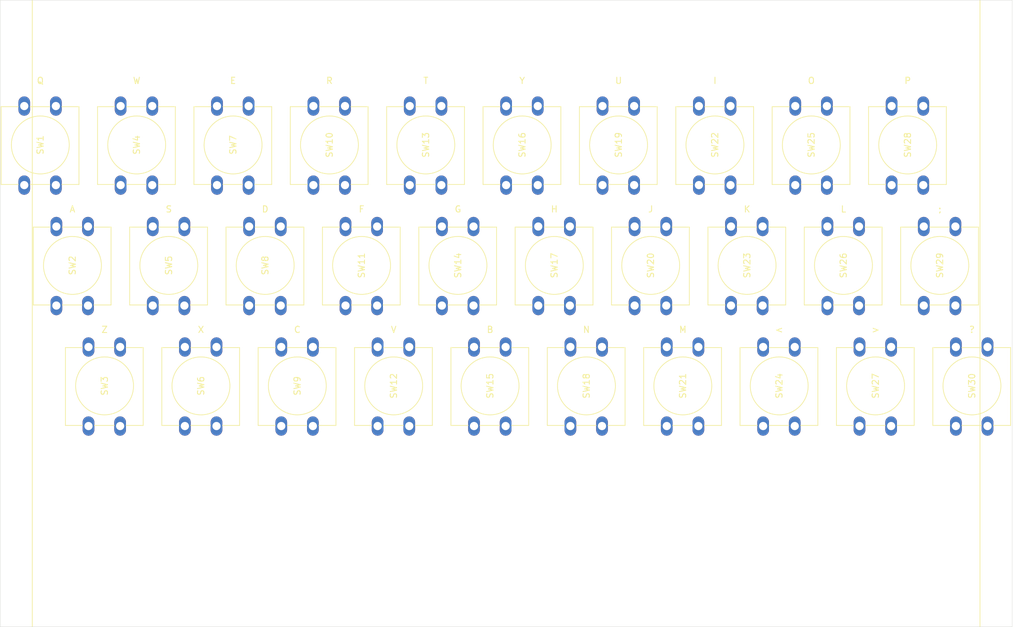
<source format=kicad_pcb>
(kicad_pcb (version 20171130) (host pcbnew "(5.1.8)-1")

  (general
    (thickness 1.6)
    (drawings 36)
    (tracks 0)
    (zones 0)
    (modules 36)
    (nets 61)
  )

  (page A4)
  (layers
    (0 F.Cu signal)
    (31 B.Cu signal)
    (32 B.Adhes user)
    (33 F.Adhes user)
    (34 B.Paste user)
    (35 F.Paste user)
    (36 B.SilkS user)
    (37 F.SilkS user)
    (38 B.Mask user)
    (39 F.Mask user)
    (40 Dwgs.User user)
    (41 Cmts.User user)
    (42 Eco1.User user)
    (43 Eco2.User user)
    (44 Edge.Cuts user)
    (45 Margin user)
    (46 B.CrtYd user)
    (47 F.CrtYd user)
    (48 B.Fab user)
    (49 F.Fab user)
  )

  (setup
    (last_trace_width 0.25)
    (trace_clearance 0.2)
    (zone_clearance 0.508)
    (zone_45_only no)
    (trace_min 0.2)
    (via_size 0.8)
    (via_drill 0.4)
    (via_min_size 0.4)
    (via_min_drill 0.3)
    (uvia_size 0.3)
    (uvia_drill 0.1)
    (uvias_allowed no)
    (uvia_min_size 0.2)
    (uvia_min_drill 0.1)
    (edge_width 0.05)
    (segment_width 0.2)
    (pcb_text_width 0.3)
    (pcb_text_size 1.5 1.5)
    (mod_edge_width 0.12)
    (mod_text_size 1 1)
    (mod_text_width 0.15)
    (pad_size 1.524 1.524)
    (pad_drill 0.762)
    (pad_to_mask_clearance 0)
    (aux_axis_origin 0 0)
    (visible_elements 7FFFFFFF)
    (pcbplotparams
      (layerselection 0x010fc_ffffffff)
      (usegerberextensions false)
      (usegerberattributes true)
      (usegerberadvancedattributes true)
      (creategerberjobfile true)
      (excludeedgelayer true)
      (linewidth 0.100000)
      (plotframeref false)
      (viasonmask false)
      (mode 1)
      (useauxorigin false)
      (hpglpennumber 1)
      (hpglpenspeed 20)
      (hpglpendiameter 15.000000)
      (psnegative false)
      (psa4output false)
      (plotreference true)
      (plotvalue true)
      (plotinvisibletext false)
      (padsonsilk false)
      (subtractmaskfromsilk false)
      (outputformat 1)
      (mirror false)
      (drillshape 1)
      (scaleselection 1)
      (outputdirectory ""))
  )

  (net 0 "")
  (net 1 "Net-(SW1-Pad2)")
  (net 2 "Net-(SW1-Pad1)")
  (net 3 "Net-(SW2-Pad2)")
  (net 4 "Net-(SW2-Pad1)")
  (net 5 "Net-(SW3-Pad2)")
  (net 6 "Net-(SW3-Pad1)")
  (net 7 "Net-(SW4-Pad2)")
  (net 8 "Net-(SW4-Pad1)")
  (net 9 "Net-(SW5-Pad2)")
  (net 10 "Net-(SW5-Pad1)")
  (net 11 "Net-(SW6-Pad2)")
  (net 12 "Net-(SW6-Pad1)")
  (net 13 "Net-(SW7-Pad2)")
  (net 14 "Net-(SW7-Pad1)")
  (net 15 "Net-(SW8-Pad2)")
  (net 16 "Net-(SW8-Pad1)")
  (net 17 "Net-(SW9-Pad2)")
  (net 18 "Net-(SW9-Pad1)")
  (net 19 "Net-(SW10-Pad2)")
  (net 20 "Net-(SW10-Pad1)")
  (net 21 "Net-(SW11-Pad2)")
  (net 22 "Net-(SW11-Pad1)")
  (net 23 "Net-(SW12-Pad2)")
  (net 24 "Net-(SW12-Pad1)")
  (net 25 "Net-(SW13-Pad2)")
  (net 26 "Net-(SW13-Pad1)")
  (net 27 "Net-(SW14-Pad2)")
  (net 28 "Net-(SW14-Pad1)")
  (net 29 "Net-(SW15-Pad2)")
  (net 30 "Net-(SW15-Pad1)")
  (net 31 "Net-(SW16-Pad2)")
  (net 32 "Net-(SW16-Pad1)")
  (net 33 "Net-(SW17-Pad2)")
  (net 34 "Net-(SW17-Pad1)")
  (net 35 "Net-(SW18-Pad2)")
  (net 36 "Net-(SW18-Pad1)")
  (net 37 "Net-(SW19-Pad2)")
  (net 38 "Net-(SW19-Pad1)")
  (net 39 "Net-(SW20-Pad2)")
  (net 40 "Net-(SW20-Pad1)")
  (net 41 "Net-(SW21-Pad2)")
  (net 42 "Net-(SW21-Pad1)")
  (net 43 "Net-(SW22-Pad2)")
  (net 44 "Net-(SW22-Pad1)")
  (net 45 "Net-(SW23-Pad2)")
  (net 46 "Net-(SW23-Pad1)")
  (net 47 "Net-(SW24-Pad2)")
  (net 48 "Net-(SW24-Pad1)")
  (net 49 "Net-(SW25-Pad2)")
  (net 50 "Net-(SW25-Pad1)")
  (net 51 "Net-(SW26-Pad2)")
  (net 52 "Net-(SW26-Pad1)")
  (net 53 "Net-(SW27-Pad2)")
  (net 54 "Net-(SW27-Pad1)")
  (net 55 "Net-(SW28-Pad2)")
  (net 56 "Net-(SW28-Pad1)")
  (net 57 "Net-(SW29-Pad2)")
  (net 58 "Net-(SW29-Pad1)")
  (net 59 "Net-(SW30-Pad2)")
  (net 60 "Net-(SW30-Pad1)")

  (net_class Default "This is the default net class."
    (clearance 0.2)
    (trace_width 0.25)
    (via_dia 0.8)
    (via_drill 0.4)
    (uvia_dia 0.3)
    (uvia_drill 0.1)
    (add_net "Net-(SW1-Pad1)")
    (add_net "Net-(SW1-Pad2)")
    (add_net "Net-(SW10-Pad1)")
    (add_net "Net-(SW10-Pad2)")
    (add_net "Net-(SW11-Pad1)")
    (add_net "Net-(SW11-Pad2)")
    (add_net "Net-(SW12-Pad1)")
    (add_net "Net-(SW12-Pad2)")
    (add_net "Net-(SW13-Pad1)")
    (add_net "Net-(SW13-Pad2)")
    (add_net "Net-(SW14-Pad1)")
    (add_net "Net-(SW14-Pad2)")
    (add_net "Net-(SW15-Pad1)")
    (add_net "Net-(SW15-Pad2)")
    (add_net "Net-(SW16-Pad1)")
    (add_net "Net-(SW16-Pad2)")
    (add_net "Net-(SW17-Pad1)")
    (add_net "Net-(SW17-Pad2)")
    (add_net "Net-(SW18-Pad1)")
    (add_net "Net-(SW18-Pad2)")
    (add_net "Net-(SW19-Pad1)")
    (add_net "Net-(SW19-Pad2)")
    (add_net "Net-(SW2-Pad1)")
    (add_net "Net-(SW2-Pad2)")
    (add_net "Net-(SW20-Pad1)")
    (add_net "Net-(SW20-Pad2)")
    (add_net "Net-(SW21-Pad1)")
    (add_net "Net-(SW21-Pad2)")
    (add_net "Net-(SW22-Pad1)")
    (add_net "Net-(SW22-Pad2)")
    (add_net "Net-(SW23-Pad1)")
    (add_net "Net-(SW23-Pad2)")
    (add_net "Net-(SW24-Pad1)")
    (add_net "Net-(SW24-Pad2)")
    (add_net "Net-(SW25-Pad1)")
    (add_net "Net-(SW25-Pad2)")
    (add_net "Net-(SW26-Pad1)")
    (add_net "Net-(SW26-Pad2)")
    (add_net "Net-(SW27-Pad1)")
    (add_net "Net-(SW27-Pad2)")
    (add_net "Net-(SW28-Pad1)")
    (add_net "Net-(SW28-Pad2)")
    (add_net "Net-(SW29-Pad1)")
    (add_net "Net-(SW29-Pad2)")
    (add_net "Net-(SW3-Pad1)")
    (add_net "Net-(SW3-Pad2)")
    (add_net "Net-(SW30-Pad1)")
    (add_net "Net-(SW30-Pad2)")
    (add_net "Net-(SW4-Pad1)")
    (add_net "Net-(SW4-Pad2)")
    (add_net "Net-(SW5-Pad1)")
    (add_net "Net-(SW5-Pad2)")
    (add_net "Net-(SW6-Pad1)")
    (add_net "Net-(SW6-Pad2)")
    (add_net "Net-(SW7-Pad1)")
    (add_net "Net-(SW7-Pad2)")
    (add_net "Net-(SW8-Pad1)")
    (add_net "Net-(SW8-Pad2)")
    (add_net "Net-(SW9-Pad1)")
    (add_net "Net-(SW9-Pad2)")
  )

  (module Button_Switch_THT:SW_PUSH-12mm (layer F.Cu) (tedit 5D160D14) (tstamp 671D6D3A)
    (at 194.31 97.79 90)
    (descr "SW PUSH 12mm https://www.e-switch.com/system/asset/product_line/data_sheet/143/TL1100.pdf")
    (tags "tact sw push 12mm")
    (path /671E8294)
    (fp_text reference SW30 (at 6.35 2.54 90) (layer F.SilkS)
      (effects (font (size 1 1) (thickness 0.15)))
    )
    (fp_text value SW_Push (at 6.62 9.93 90) (layer F.Fab)
      (effects (font (size 1 1) (thickness 0.15)))
    )
    (fp_line (start 12.4 -3.65) (end 12.4 -0.93) (layer F.SilkS) (width 0.12))
    (fp_line (start 12.4 5.93) (end 12.4 8.65) (layer F.SilkS) (width 0.12))
    (fp_line (start 0.1 4.07) (end 0.1 0.93) (layer F.SilkS) (width 0.12))
    (fp_line (start 0.1 8.65) (end 0.1 5.93) (layer F.SilkS) (width 0.12))
    (fp_line (start 0.25 -3.5) (end 0.25 8.5) (layer F.Fab) (width 0.1))
    (fp_circle (center 6.35 2.54) (end 10.16 5.08) (layer F.SilkS) (width 0.12))
    (fp_line (start 14.25 8.75) (end -1.77 8.75) (layer F.CrtYd) (width 0.05))
    (fp_line (start 14.25 8.75) (end 14.25 -3.75) (layer F.CrtYd) (width 0.05))
    (fp_line (start -1.77 -3.75) (end -1.77 8.75) (layer F.CrtYd) (width 0.05))
    (fp_line (start -1.77 -3.75) (end 14.25 -3.75) (layer F.CrtYd) (width 0.05))
    (fp_line (start 0.1 -0.93) (end 0.1 -3.65) (layer F.SilkS) (width 0.12))
    (fp_line (start 12.4 8.65) (end 0.1 8.65) (layer F.SilkS) (width 0.12))
    (fp_line (start 12.4 0.93) (end 12.4 4.07) (layer F.SilkS) (width 0.12))
    (fp_line (start 0.1 -3.65) (end 12.4 -3.65) (layer F.SilkS) (width 0.12))
    (fp_line (start 12.25 -3.5) (end 12.25 8.5) (layer F.Fab) (width 0.1))
    (fp_line (start 0.25 -3.5) (end 12.25 -3.5) (layer F.Fab) (width 0.1))
    (fp_line (start 0.25 8.5) (end 12.25 8.5) (layer F.Fab) (width 0.1))
    (fp_text user %R (at 6.35 2.54 90) (layer F.Fab)
      (effects (font (size 1 1) (thickness 0.15)))
    )
    (pad 2 thru_hole oval (at 0 5 90) (size 3.048 1.85) (drill 1.3) (layers *.Cu *.Mask)
      (net 59 "Net-(SW30-Pad2)"))
    (pad 1 thru_hole oval (at 0 0 90) (size 3.048 1.85) (drill 1.3) (layers *.Cu *.Mask)
      (net 60 "Net-(SW30-Pad1)"))
    (pad 2 thru_hole oval (at 12.5 5 90) (size 3.048 1.85) (drill 1.3) (layers *.Cu *.Mask)
      (net 59 "Net-(SW30-Pad2)"))
    (pad 1 thru_hole oval (at 12.5 0 90) (size 3.048 1.85) (drill 1.3) (layers *.Cu *.Mask)
      (net 60 "Net-(SW30-Pad1)"))
    (model ${KISYS3DMOD}/Button_Switch_THT.3dshapes/SW_PUSH-12mm.wrl
      (at (xyz 0 0 0))
      (scale (xyz 1 1 1))
      (rotate (xyz 0 0 0))
    )
  )

  (module Button_Switch_THT:SW_PUSH-12mm (layer F.Cu) (tedit 5D160D14) (tstamp 671D6D20)
    (at 189.23 78.74 90)
    (descr "SW PUSH 12mm https://www.e-switch.com/system/asset/product_line/data_sheet/143/TL1100.pdf")
    (tags "tact sw push 12mm")
    (path /671E828E)
    (fp_text reference SW29 (at 6.35 2.54 90) (layer F.SilkS)
      (effects (font (size 1 1) (thickness 0.15)))
    )
    (fp_text value SW_Push (at 6.62 9.93 90) (layer F.Fab)
      (effects (font (size 1 1) (thickness 0.15)))
    )
    (fp_line (start 12.4 -3.65) (end 12.4 -0.93) (layer F.SilkS) (width 0.12))
    (fp_line (start 12.4 5.93) (end 12.4 8.65) (layer F.SilkS) (width 0.12))
    (fp_line (start 0.1 4.07) (end 0.1 0.93) (layer F.SilkS) (width 0.12))
    (fp_line (start 0.1 8.65) (end 0.1 5.93) (layer F.SilkS) (width 0.12))
    (fp_line (start 0.25 -3.5) (end 0.25 8.5) (layer F.Fab) (width 0.1))
    (fp_circle (center 6.35 2.54) (end 10.16 5.08) (layer F.SilkS) (width 0.12))
    (fp_line (start 14.25 8.75) (end -1.77 8.75) (layer F.CrtYd) (width 0.05))
    (fp_line (start 14.25 8.75) (end 14.25 -3.75) (layer F.CrtYd) (width 0.05))
    (fp_line (start -1.77 -3.75) (end -1.77 8.75) (layer F.CrtYd) (width 0.05))
    (fp_line (start -1.77 -3.75) (end 14.25 -3.75) (layer F.CrtYd) (width 0.05))
    (fp_line (start 0.1 -0.93) (end 0.1 -3.65) (layer F.SilkS) (width 0.12))
    (fp_line (start 12.4 8.65) (end 0.1 8.65) (layer F.SilkS) (width 0.12))
    (fp_line (start 12.4 0.93) (end 12.4 4.07) (layer F.SilkS) (width 0.12))
    (fp_line (start 0.1 -3.65) (end 12.4 -3.65) (layer F.SilkS) (width 0.12))
    (fp_line (start 12.25 -3.5) (end 12.25 8.5) (layer F.Fab) (width 0.1))
    (fp_line (start 0.25 -3.5) (end 12.25 -3.5) (layer F.Fab) (width 0.1))
    (fp_line (start 0.25 8.5) (end 12.25 8.5) (layer F.Fab) (width 0.1))
    (fp_text user %R (at 6.35 2.54 90) (layer F.Fab)
      (effects (font (size 1 1) (thickness 0.15)))
    )
    (pad 2 thru_hole oval (at 0 5 90) (size 3.048 1.85) (drill 1.3) (layers *.Cu *.Mask)
      (net 57 "Net-(SW29-Pad2)"))
    (pad 1 thru_hole oval (at 0 0 90) (size 3.048 1.85) (drill 1.3) (layers *.Cu *.Mask)
      (net 58 "Net-(SW29-Pad1)"))
    (pad 2 thru_hole oval (at 12.5 5 90) (size 3.048 1.85) (drill 1.3) (layers *.Cu *.Mask)
      (net 57 "Net-(SW29-Pad2)"))
    (pad 1 thru_hole oval (at 12.5 0 90) (size 3.048 1.85) (drill 1.3) (layers *.Cu *.Mask)
      (net 58 "Net-(SW29-Pad1)"))
    (model ${KISYS3DMOD}/Button_Switch_THT.3dshapes/SW_PUSH-12mm.wrl
      (at (xyz 0 0 0))
      (scale (xyz 1 1 1))
      (rotate (xyz 0 0 0))
    )
  )

  (module Button_Switch_THT:SW_PUSH-12mm (layer F.Cu) (tedit 5D160D14) (tstamp 671D6D06)
    (at 184.15 59.69 90)
    (descr "SW PUSH 12mm https://www.e-switch.com/system/asset/product_line/data_sheet/143/TL1100.pdf")
    (tags "tact sw push 12mm")
    (path /671E8288)
    (fp_text reference SW28 (at 6.35 2.54 90) (layer F.SilkS)
      (effects (font (size 1 1) (thickness 0.15)))
    )
    (fp_text value SW_Push (at 6.62 9.93 90) (layer F.Fab)
      (effects (font (size 1 1) (thickness 0.15)))
    )
    (fp_line (start 12.4 -3.65) (end 12.4 -0.93) (layer F.SilkS) (width 0.12))
    (fp_line (start 12.4 5.93) (end 12.4 8.65) (layer F.SilkS) (width 0.12))
    (fp_line (start 0.1 4.07) (end 0.1 0.93) (layer F.SilkS) (width 0.12))
    (fp_line (start 0.1 8.65) (end 0.1 5.93) (layer F.SilkS) (width 0.12))
    (fp_line (start 0.25 -3.5) (end 0.25 8.5) (layer F.Fab) (width 0.1))
    (fp_circle (center 6.35 2.54) (end 10.16 5.08) (layer F.SilkS) (width 0.12))
    (fp_line (start 14.25 8.75) (end -1.77 8.75) (layer F.CrtYd) (width 0.05))
    (fp_line (start 14.25 8.75) (end 14.25 -3.75) (layer F.CrtYd) (width 0.05))
    (fp_line (start -1.77 -3.75) (end -1.77 8.75) (layer F.CrtYd) (width 0.05))
    (fp_line (start -1.77 -3.75) (end 14.25 -3.75) (layer F.CrtYd) (width 0.05))
    (fp_line (start 0.1 -0.93) (end 0.1 -3.65) (layer F.SilkS) (width 0.12))
    (fp_line (start 12.4 8.65) (end 0.1 8.65) (layer F.SilkS) (width 0.12))
    (fp_line (start 12.4 0.93) (end 12.4 4.07) (layer F.SilkS) (width 0.12))
    (fp_line (start 0.1 -3.65) (end 12.4 -3.65) (layer F.SilkS) (width 0.12))
    (fp_line (start 12.25 -3.5) (end 12.25 8.5) (layer F.Fab) (width 0.1))
    (fp_line (start 0.25 -3.5) (end 12.25 -3.5) (layer F.Fab) (width 0.1))
    (fp_line (start 0.25 8.5) (end 12.25 8.5) (layer F.Fab) (width 0.1))
    (fp_text user %R (at 6.35 2.54 90) (layer F.Fab)
      (effects (font (size 1 1) (thickness 0.15)))
    )
    (pad 2 thru_hole oval (at 0 5 90) (size 3.048 1.85) (drill 1.3) (layers *.Cu *.Mask)
      (net 55 "Net-(SW28-Pad2)"))
    (pad 1 thru_hole oval (at 0 0 90) (size 3.048 1.85) (drill 1.3) (layers *.Cu *.Mask)
      (net 56 "Net-(SW28-Pad1)"))
    (pad 2 thru_hole oval (at 12.5 5 90) (size 3.048 1.85) (drill 1.3) (layers *.Cu *.Mask)
      (net 55 "Net-(SW28-Pad2)"))
    (pad 1 thru_hole oval (at 12.5 0 90) (size 3.048 1.85) (drill 1.3) (layers *.Cu *.Mask)
      (net 56 "Net-(SW28-Pad1)"))
    (model ${KISYS3DMOD}/Button_Switch_THT.3dshapes/SW_PUSH-12mm.wrl
      (at (xyz 0 0 0))
      (scale (xyz 1 1 1))
      (rotate (xyz 0 0 0))
    )
  )

  (module Button_Switch_THT:SW_PUSH-12mm (layer F.Cu) (tedit 5D160D14) (tstamp 671D6CEC)
    (at 179.07 97.79 90)
    (descr "SW PUSH 12mm https://www.e-switch.com/system/asset/product_line/data_sheet/143/TL1100.pdf")
    (tags "tact sw push 12mm")
    (path /671E8282)
    (fp_text reference SW27 (at 6.35 2.54 90) (layer F.SilkS)
      (effects (font (size 1 1) (thickness 0.15)))
    )
    (fp_text value SW_Push (at 6.62 9.93 90) (layer F.Fab)
      (effects (font (size 1 1) (thickness 0.15)))
    )
    (fp_line (start 12.4 -3.65) (end 12.4 -0.93) (layer F.SilkS) (width 0.12))
    (fp_line (start 12.4 5.93) (end 12.4 8.65) (layer F.SilkS) (width 0.12))
    (fp_line (start 0.1 4.07) (end 0.1 0.93) (layer F.SilkS) (width 0.12))
    (fp_line (start 0.1 8.65) (end 0.1 5.93) (layer F.SilkS) (width 0.12))
    (fp_line (start 0.25 -3.5) (end 0.25 8.5) (layer F.Fab) (width 0.1))
    (fp_circle (center 6.35 2.54) (end 10.16 5.08) (layer F.SilkS) (width 0.12))
    (fp_line (start 14.25 8.75) (end -1.77 8.75) (layer F.CrtYd) (width 0.05))
    (fp_line (start 14.25 8.75) (end 14.25 -3.75) (layer F.CrtYd) (width 0.05))
    (fp_line (start -1.77 -3.75) (end -1.77 8.75) (layer F.CrtYd) (width 0.05))
    (fp_line (start -1.77 -3.75) (end 14.25 -3.75) (layer F.CrtYd) (width 0.05))
    (fp_line (start 0.1 -0.93) (end 0.1 -3.65) (layer F.SilkS) (width 0.12))
    (fp_line (start 12.4 8.65) (end 0.1 8.65) (layer F.SilkS) (width 0.12))
    (fp_line (start 12.4 0.93) (end 12.4 4.07) (layer F.SilkS) (width 0.12))
    (fp_line (start 0.1 -3.65) (end 12.4 -3.65) (layer F.SilkS) (width 0.12))
    (fp_line (start 12.25 -3.5) (end 12.25 8.5) (layer F.Fab) (width 0.1))
    (fp_line (start 0.25 -3.5) (end 12.25 -3.5) (layer F.Fab) (width 0.1))
    (fp_line (start 0.25 8.5) (end 12.25 8.5) (layer F.Fab) (width 0.1))
    (fp_text user %R (at 6.35 2.54 90) (layer F.Fab)
      (effects (font (size 1 1) (thickness 0.15)))
    )
    (pad 2 thru_hole oval (at 0 5 90) (size 3.048 1.85) (drill 1.3) (layers *.Cu *.Mask)
      (net 53 "Net-(SW27-Pad2)"))
    (pad 1 thru_hole oval (at 0 0 90) (size 3.048 1.85) (drill 1.3) (layers *.Cu *.Mask)
      (net 54 "Net-(SW27-Pad1)"))
    (pad 2 thru_hole oval (at 12.5 5 90) (size 3.048 1.85) (drill 1.3) (layers *.Cu *.Mask)
      (net 53 "Net-(SW27-Pad2)"))
    (pad 1 thru_hole oval (at 12.5 0 90) (size 3.048 1.85) (drill 1.3) (layers *.Cu *.Mask)
      (net 54 "Net-(SW27-Pad1)"))
    (model ${KISYS3DMOD}/Button_Switch_THT.3dshapes/SW_PUSH-12mm.wrl
      (at (xyz 0 0 0))
      (scale (xyz 1 1 1))
      (rotate (xyz 0 0 0))
    )
  )

  (module Button_Switch_THT:SW_PUSH-12mm (layer F.Cu) (tedit 5D160D14) (tstamp 671D6CD2)
    (at 173.99 78.74 90)
    (descr "SW PUSH 12mm https://www.e-switch.com/system/asset/product_line/data_sheet/143/TL1100.pdf")
    (tags "tact sw push 12mm")
    (path /671E827C)
    (fp_text reference SW26 (at 6.35 2.54 90) (layer F.SilkS)
      (effects (font (size 1 1) (thickness 0.15)))
    )
    (fp_text value SW_Push (at 6.62 9.93 90) (layer F.Fab)
      (effects (font (size 1 1) (thickness 0.15)))
    )
    (fp_line (start 12.4 -3.65) (end 12.4 -0.93) (layer F.SilkS) (width 0.12))
    (fp_line (start 12.4 5.93) (end 12.4 8.65) (layer F.SilkS) (width 0.12))
    (fp_line (start 0.1 4.07) (end 0.1 0.93) (layer F.SilkS) (width 0.12))
    (fp_line (start 0.1 8.65) (end 0.1 5.93) (layer F.SilkS) (width 0.12))
    (fp_line (start 0.25 -3.5) (end 0.25 8.5) (layer F.Fab) (width 0.1))
    (fp_circle (center 6.35 2.54) (end 10.16 5.08) (layer F.SilkS) (width 0.12))
    (fp_line (start 14.25 8.75) (end -1.77 8.75) (layer F.CrtYd) (width 0.05))
    (fp_line (start 14.25 8.75) (end 14.25 -3.75) (layer F.CrtYd) (width 0.05))
    (fp_line (start -1.77 -3.75) (end -1.77 8.75) (layer F.CrtYd) (width 0.05))
    (fp_line (start -1.77 -3.75) (end 14.25 -3.75) (layer F.CrtYd) (width 0.05))
    (fp_line (start 0.1 -0.93) (end 0.1 -3.65) (layer F.SilkS) (width 0.12))
    (fp_line (start 12.4 8.65) (end 0.1 8.65) (layer F.SilkS) (width 0.12))
    (fp_line (start 12.4 0.93) (end 12.4 4.07) (layer F.SilkS) (width 0.12))
    (fp_line (start 0.1 -3.65) (end 12.4 -3.65) (layer F.SilkS) (width 0.12))
    (fp_line (start 12.25 -3.5) (end 12.25 8.5) (layer F.Fab) (width 0.1))
    (fp_line (start 0.25 -3.5) (end 12.25 -3.5) (layer F.Fab) (width 0.1))
    (fp_line (start 0.25 8.5) (end 12.25 8.5) (layer F.Fab) (width 0.1))
    (fp_text user %R (at 6.35 2.54 90) (layer F.Fab)
      (effects (font (size 1 1) (thickness 0.15)))
    )
    (pad 2 thru_hole oval (at 0 5 90) (size 3.048 1.85) (drill 1.3) (layers *.Cu *.Mask)
      (net 51 "Net-(SW26-Pad2)"))
    (pad 1 thru_hole oval (at 0 0 90) (size 3.048 1.85) (drill 1.3) (layers *.Cu *.Mask)
      (net 52 "Net-(SW26-Pad1)"))
    (pad 2 thru_hole oval (at 12.5 5 90) (size 3.048 1.85) (drill 1.3) (layers *.Cu *.Mask)
      (net 51 "Net-(SW26-Pad2)"))
    (pad 1 thru_hole oval (at 12.5 0 90) (size 3.048 1.85) (drill 1.3) (layers *.Cu *.Mask)
      (net 52 "Net-(SW26-Pad1)"))
    (model ${KISYS3DMOD}/Button_Switch_THT.3dshapes/SW_PUSH-12mm.wrl
      (at (xyz 0 0 0))
      (scale (xyz 1 1 1))
      (rotate (xyz 0 0 0))
    )
  )

  (module Button_Switch_THT:SW_PUSH-12mm (layer F.Cu) (tedit 5D160D14) (tstamp 671D6CB8)
    (at 168.91 59.69 90)
    (descr "SW PUSH 12mm https://www.e-switch.com/system/asset/product_line/data_sheet/143/TL1100.pdf")
    (tags "tact sw push 12mm")
    (path /671E8276)
    (fp_text reference SW25 (at 6.35 2.54 90) (layer F.SilkS)
      (effects (font (size 1 1) (thickness 0.15)))
    )
    (fp_text value SW_Push (at 6.62 9.93 90) (layer F.Fab)
      (effects (font (size 1 1) (thickness 0.15)))
    )
    (fp_line (start 12.4 -3.65) (end 12.4 -0.93) (layer F.SilkS) (width 0.12))
    (fp_line (start 12.4 5.93) (end 12.4 8.65) (layer F.SilkS) (width 0.12))
    (fp_line (start 0.1 4.07) (end 0.1 0.93) (layer F.SilkS) (width 0.12))
    (fp_line (start 0.1 8.65) (end 0.1 5.93) (layer F.SilkS) (width 0.12))
    (fp_line (start 0.25 -3.5) (end 0.25 8.5) (layer F.Fab) (width 0.1))
    (fp_circle (center 6.35 2.54) (end 10.16 5.08) (layer F.SilkS) (width 0.12))
    (fp_line (start 14.25 8.75) (end -1.77 8.75) (layer F.CrtYd) (width 0.05))
    (fp_line (start 14.25 8.75) (end 14.25 -3.75) (layer F.CrtYd) (width 0.05))
    (fp_line (start -1.77 -3.75) (end -1.77 8.75) (layer F.CrtYd) (width 0.05))
    (fp_line (start -1.77 -3.75) (end 14.25 -3.75) (layer F.CrtYd) (width 0.05))
    (fp_line (start 0.1 -0.93) (end 0.1 -3.65) (layer F.SilkS) (width 0.12))
    (fp_line (start 12.4 8.65) (end 0.1 8.65) (layer F.SilkS) (width 0.12))
    (fp_line (start 12.4 0.93) (end 12.4 4.07) (layer F.SilkS) (width 0.12))
    (fp_line (start 0.1 -3.65) (end 12.4 -3.65) (layer F.SilkS) (width 0.12))
    (fp_line (start 12.25 -3.5) (end 12.25 8.5) (layer F.Fab) (width 0.1))
    (fp_line (start 0.25 -3.5) (end 12.25 -3.5) (layer F.Fab) (width 0.1))
    (fp_line (start 0.25 8.5) (end 12.25 8.5) (layer F.Fab) (width 0.1))
    (fp_text user %R (at 6.35 2.54 90) (layer F.Fab)
      (effects (font (size 1 1) (thickness 0.15)))
    )
    (pad 2 thru_hole oval (at 0 5 90) (size 3.048 1.85) (drill 1.3) (layers *.Cu *.Mask)
      (net 49 "Net-(SW25-Pad2)"))
    (pad 1 thru_hole oval (at 0 0 90) (size 3.048 1.85) (drill 1.3) (layers *.Cu *.Mask)
      (net 50 "Net-(SW25-Pad1)"))
    (pad 2 thru_hole oval (at 12.5 5 90) (size 3.048 1.85) (drill 1.3) (layers *.Cu *.Mask)
      (net 49 "Net-(SW25-Pad2)"))
    (pad 1 thru_hole oval (at 12.5 0 90) (size 3.048 1.85) (drill 1.3) (layers *.Cu *.Mask)
      (net 50 "Net-(SW25-Pad1)"))
    (model ${KISYS3DMOD}/Button_Switch_THT.3dshapes/SW_PUSH-12mm.wrl
      (at (xyz 0 0 0))
      (scale (xyz 1 1 1))
      (rotate (xyz 0 0 0))
    )
  )

  (module Button_Switch_THT:SW_PUSH-12mm (layer F.Cu) (tedit 5D160D14) (tstamp 671D6C9E)
    (at 163.83 97.79 90)
    (descr "SW PUSH 12mm https://www.e-switch.com/system/asset/product_line/data_sheet/143/TL1100.pdf")
    (tags "tact sw push 12mm")
    (path /671E8270)
    (fp_text reference SW24 (at 6.35 2.54 90) (layer F.SilkS)
      (effects (font (size 1 1) (thickness 0.15)))
    )
    (fp_text value SW_Push (at 6.62 9.93 90) (layer F.Fab)
      (effects (font (size 1 1) (thickness 0.15)))
    )
    (fp_line (start 12.4 -3.65) (end 12.4 -0.93) (layer F.SilkS) (width 0.12))
    (fp_line (start 12.4 5.93) (end 12.4 8.65) (layer F.SilkS) (width 0.12))
    (fp_line (start 0.1 4.07) (end 0.1 0.93) (layer F.SilkS) (width 0.12))
    (fp_line (start 0.1 8.65) (end 0.1 5.93) (layer F.SilkS) (width 0.12))
    (fp_line (start 0.25 -3.5) (end 0.25 8.5) (layer F.Fab) (width 0.1))
    (fp_circle (center 6.35 2.54) (end 10.16 5.08) (layer F.SilkS) (width 0.12))
    (fp_line (start 14.25 8.75) (end -1.77 8.75) (layer F.CrtYd) (width 0.05))
    (fp_line (start 14.25 8.75) (end 14.25 -3.75) (layer F.CrtYd) (width 0.05))
    (fp_line (start -1.77 -3.75) (end -1.77 8.75) (layer F.CrtYd) (width 0.05))
    (fp_line (start -1.77 -3.75) (end 14.25 -3.75) (layer F.CrtYd) (width 0.05))
    (fp_line (start 0.1 -0.93) (end 0.1 -3.65) (layer F.SilkS) (width 0.12))
    (fp_line (start 12.4 8.65) (end 0.1 8.65) (layer F.SilkS) (width 0.12))
    (fp_line (start 12.4 0.93) (end 12.4 4.07) (layer F.SilkS) (width 0.12))
    (fp_line (start 0.1 -3.65) (end 12.4 -3.65) (layer F.SilkS) (width 0.12))
    (fp_line (start 12.25 -3.5) (end 12.25 8.5) (layer F.Fab) (width 0.1))
    (fp_line (start 0.25 -3.5) (end 12.25 -3.5) (layer F.Fab) (width 0.1))
    (fp_line (start 0.25 8.5) (end 12.25 8.5) (layer F.Fab) (width 0.1))
    (fp_text user %R (at 6.35 2.54 90) (layer F.Fab)
      (effects (font (size 1 1) (thickness 0.15)))
    )
    (pad 2 thru_hole oval (at 0 5 90) (size 3.048 1.85) (drill 1.3) (layers *.Cu *.Mask)
      (net 47 "Net-(SW24-Pad2)"))
    (pad 1 thru_hole oval (at 0 0 90) (size 3.048 1.85) (drill 1.3) (layers *.Cu *.Mask)
      (net 48 "Net-(SW24-Pad1)"))
    (pad 2 thru_hole oval (at 12.5 5 90) (size 3.048 1.85) (drill 1.3) (layers *.Cu *.Mask)
      (net 47 "Net-(SW24-Pad2)"))
    (pad 1 thru_hole oval (at 12.5 0 90) (size 3.048 1.85) (drill 1.3) (layers *.Cu *.Mask)
      (net 48 "Net-(SW24-Pad1)"))
    (model ${KISYS3DMOD}/Button_Switch_THT.3dshapes/SW_PUSH-12mm.wrl
      (at (xyz 0 0 0))
      (scale (xyz 1 1 1))
      (rotate (xyz 0 0 0))
    )
  )

  (module Button_Switch_THT:SW_PUSH-12mm (layer F.Cu) (tedit 5D160D14) (tstamp 671D6C84)
    (at 158.75 78.74 90)
    (descr "SW PUSH 12mm https://www.e-switch.com/system/asset/product_line/data_sheet/143/TL1100.pdf")
    (tags "tact sw push 12mm")
    (path /671E826A)
    (fp_text reference SW23 (at 6.35 2.54 90) (layer F.SilkS)
      (effects (font (size 1 1) (thickness 0.15)))
    )
    (fp_text value SW_Push (at 6.62 9.93 90) (layer F.Fab)
      (effects (font (size 1 1) (thickness 0.15)))
    )
    (fp_line (start 12.4 -3.65) (end 12.4 -0.93) (layer F.SilkS) (width 0.12))
    (fp_line (start 12.4 5.93) (end 12.4 8.65) (layer F.SilkS) (width 0.12))
    (fp_line (start 0.1 4.07) (end 0.1 0.93) (layer F.SilkS) (width 0.12))
    (fp_line (start 0.1 8.65) (end 0.1 5.93) (layer F.SilkS) (width 0.12))
    (fp_line (start 0.25 -3.5) (end 0.25 8.5) (layer F.Fab) (width 0.1))
    (fp_circle (center 6.35 2.54) (end 10.16 5.08) (layer F.SilkS) (width 0.12))
    (fp_line (start 14.25 8.75) (end -1.77 8.75) (layer F.CrtYd) (width 0.05))
    (fp_line (start 14.25 8.75) (end 14.25 -3.75) (layer F.CrtYd) (width 0.05))
    (fp_line (start -1.77 -3.75) (end -1.77 8.75) (layer F.CrtYd) (width 0.05))
    (fp_line (start -1.77 -3.75) (end 14.25 -3.75) (layer F.CrtYd) (width 0.05))
    (fp_line (start 0.1 -0.93) (end 0.1 -3.65) (layer F.SilkS) (width 0.12))
    (fp_line (start 12.4 8.65) (end 0.1 8.65) (layer F.SilkS) (width 0.12))
    (fp_line (start 12.4 0.93) (end 12.4 4.07) (layer F.SilkS) (width 0.12))
    (fp_line (start 0.1 -3.65) (end 12.4 -3.65) (layer F.SilkS) (width 0.12))
    (fp_line (start 12.25 -3.5) (end 12.25 8.5) (layer F.Fab) (width 0.1))
    (fp_line (start 0.25 -3.5) (end 12.25 -3.5) (layer F.Fab) (width 0.1))
    (fp_line (start 0.25 8.5) (end 12.25 8.5) (layer F.Fab) (width 0.1))
    (fp_text user %R (at 6.35 2.54 90) (layer F.Fab)
      (effects (font (size 1 1) (thickness 0.15)))
    )
    (pad 2 thru_hole oval (at 0 5 90) (size 3.048 1.85) (drill 1.3) (layers *.Cu *.Mask)
      (net 45 "Net-(SW23-Pad2)"))
    (pad 1 thru_hole oval (at 0 0 90) (size 3.048 1.85) (drill 1.3) (layers *.Cu *.Mask)
      (net 46 "Net-(SW23-Pad1)"))
    (pad 2 thru_hole oval (at 12.5 5 90) (size 3.048 1.85) (drill 1.3) (layers *.Cu *.Mask)
      (net 45 "Net-(SW23-Pad2)"))
    (pad 1 thru_hole oval (at 12.5 0 90) (size 3.048 1.85) (drill 1.3) (layers *.Cu *.Mask)
      (net 46 "Net-(SW23-Pad1)"))
    (model ${KISYS3DMOD}/Button_Switch_THT.3dshapes/SW_PUSH-12mm.wrl
      (at (xyz 0 0 0))
      (scale (xyz 1 1 1))
      (rotate (xyz 0 0 0))
    )
  )

  (module Button_Switch_THT:SW_PUSH-12mm (layer F.Cu) (tedit 5D160D14) (tstamp 671D6C6A)
    (at 153.67 59.69 90)
    (descr "SW PUSH 12mm https://www.e-switch.com/system/asset/product_line/data_sheet/143/TL1100.pdf")
    (tags "tact sw push 12mm")
    (path /671E8264)
    (fp_text reference SW22 (at 6.35 2.54 90) (layer F.SilkS)
      (effects (font (size 1 1) (thickness 0.15)))
    )
    (fp_text value SW_Push (at 6.62 9.93 90) (layer F.Fab)
      (effects (font (size 1 1) (thickness 0.15)))
    )
    (fp_line (start 12.4 -3.65) (end 12.4 -0.93) (layer F.SilkS) (width 0.12))
    (fp_line (start 12.4 5.93) (end 12.4 8.65) (layer F.SilkS) (width 0.12))
    (fp_line (start 0.1 4.07) (end 0.1 0.93) (layer F.SilkS) (width 0.12))
    (fp_line (start 0.1 8.65) (end 0.1 5.93) (layer F.SilkS) (width 0.12))
    (fp_line (start 0.25 -3.5) (end 0.25 8.5) (layer F.Fab) (width 0.1))
    (fp_circle (center 6.35 2.54) (end 10.16 5.08) (layer F.SilkS) (width 0.12))
    (fp_line (start 14.25 8.75) (end -1.77 8.75) (layer F.CrtYd) (width 0.05))
    (fp_line (start 14.25 8.75) (end 14.25 -3.75) (layer F.CrtYd) (width 0.05))
    (fp_line (start -1.77 -3.75) (end -1.77 8.75) (layer F.CrtYd) (width 0.05))
    (fp_line (start -1.77 -3.75) (end 14.25 -3.75) (layer F.CrtYd) (width 0.05))
    (fp_line (start 0.1 -0.93) (end 0.1 -3.65) (layer F.SilkS) (width 0.12))
    (fp_line (start 12.4 8.65) (end 0.1 8.65) (layer F.SilkS) (width 0.12))
    (fp_line (start 12.4 0.93) (end 12.4 4.07) (layer F.SilkS) (width 0.12))
    (fp_line (start 0.1 -3.65) (end 12.4 -3.65) (layer F.SilkS) (width 0.12))
    (fp_line (start 12.25 -3.5) (end 12.25 8.5) (layer F.Fab) (width 0.1))
    (fp_line (start 0.25 -3.5) (end 12.25 -3.5) (layer F.Fab) (width 0.1))
    (fp_line (start 0.25 8.5) (end 12.25 8.5) (layer F.Fab) (width 0.1))
    (fp_text user %R (at 6.35 2.54 90) (layer F.Fab)
      (effects (font (size 1 1) (thickness 0.15)))
    )
    (pad 2 thru_hole oval (at 0 5 90) (size 3.048 1.85) (drill 1.3) (layers *.Cu *.Mask)
      (net 43 "Net-(SW22-Pad2)"))
    (pad 1 thru_hole oval (at 0 0 90) (size 3.048 1.85) (drill 1.3) (layers *.Cu *.Mask)
      (net 44 "Net-(SW22-Pad1)"))
    (pad 2 thru_hole oval (at 12.5 5 90) (size 3.048 1.85) (drill 1.3) (layers *.Cu *.Mask)
      (net 43 "Net-(SW22-Pad2)"))
    (pad 1 thru_hole oval (at 12.5 0 90) (size 3.048 1.85) (drill 1.3) (layers *.Cu *.Mask)
      (net 44 "Net-(SW22-Pad1)"))
    (model ${KISYS3DMOD}/Button_Switch_THT.3dshapes/SW_PUSH-12mm.wrl
      (at (xyz 0 0 0))
      (scale (xyz 1 1 1))
      (rotate (xyz 0 0 0))
    )
  )

  (module Button_Switch_THT:SW_PUSH-12mm (layer F.Cu) (tedit 5D160D14) (tstamp 671D6C50)
    (at 148.59 97.79 90)
    (descr "SW PUSH 12mm https://www.e-switch.com/system/asset/product_line/data_sheet/143/TL1100.pdf")
    (tags "tact sw push 12mm")
    (path /671E825E)
    (fp_text reference SW21 (at 6.35 2.54 90) (layer F.SilkS)
      (effects (font (size 1 1) (thickness 0.15)))
    )
    (fp_text value SW_Push (at 6.62 9.93 90) (layer F.Fab)
      (effects (font (size 1 1) (thickness 0.15)))
    )
    (fp_line (start 12.4 -3.65) (end 12.4 -0.93) (layer F.SilkS) (width 0.12))
    (fp_line (start 12.4 5.93) (end 12.4 8.65) (layer F.SilkS) (width 0.12))
    (fp_line (start 0.1 4.07) (end 0.1 0.93) (layer F.SilkS) (width 0.12))
    (fp_line (start 0.1 8.65) (end 0.1 5.93) (layer F.SilkS) (width 0.12))
    (fp_line (start 0.25 -3.5) (end 0.25 8.5) (layer F.Fab) (width 0.1))
    (fp_circle (center 6.35 2.54) (end 10.16 5.08) (layer F.SilkS) (width 0.12))
    (fp_line (start 14.25 8.75) (end -1.77 8.75) (layer F.CrtYd) (width 0.05))
    (fp_line (start 14.25 8.75) (end 14.25 -3.75) (layer F.CrtYd) (width 0.05))
    (fp_line (start -1.77 -3.75) (end -1.77 8.75) (layer F.CrtYd) (width 0.05))
    (fp_line (start -1.77 -3.75) (end 14.25 -3.75) (layer F.CrtYd) (width 0.05))
    (fp_line (start 0.1 -0.93) (end 0.1 -3.65) (layer F.SilkS) (width 0.12))
    (fp_line (start 12.4 8.65) (end 0.1 8.65) (layer F.SilkS) (width 0.12))
    (fp_line (start 12.4 0.93) (end 12.4 4.07) (layer F.SilkS) (width 0.12))
    (fp_line (start 0.1 -3.65) (end 12.4 -3.65) (layer F.SilkS) (width 0.12))
    (fp_line (start 12.25 -3.5) (end 12.25 8.5) (layer F.Fab) (width 0.1))
    (fp_line (start 0.25 -3.5) (end 12.25 -3.5) (layer F.Fab) (width 0.1))
    (fp_line (start 0.25 8.5) (end 12.25 8.5) (layer F.Fab) (width 0.1))
    (fp_text user %R (at 6.35 2.54 90) (layer F.Fab)
      (effects (font (size 1 1) (thickness 0.15)))
    )
    (pad 2 thru_hole oval (at 0 5 90) (size 3.048 1.85) (drill 1.3) (layers *.Cu *.Mask)
      (net 41 "Net-(SW21-Pad2)"))
    (pad 1 thru_hole oval (at 0 0 90) (size 3.048 1.85) (drill 1.3) (layers *.Cu *.Mask)
      (net 42 "Net-(SW21-Pad1)"))
    (pad 2 thru_hole oval (at 12.5 5 90) (size 3.048 1.85) (drill 1.3) (layers *.Cu *.Mask)
      (net 41 "Net-(SW21-Pad2)"))
    (pad 1 thru_hole oval (at 12.5 0 90) (size 3.048 1.85) (drill 1.3) (layers *.Cu *.Mask)
      (net 42 "Net-(SW21-Pad1)"))
    (model ${KISYS3DMOD}/Button_Switch_THT.3dshapes/SW_PUSH-12mm.wrl
      (at (xyz 0 0 0))
      (scale (xyz 1 1 1))
      (rotate (xyz 0 0 0))
    )
  )

  (module Button_Switch_THT:SW_PUSH-12mm (layer F.Cu) (tedit 5D160D14) (tstamp 671D6C36)
    (at 143.51 78.74 90)
    (descr "SW PUSH 12mm https://www.e-switch.com/system/asset/product_line/data_sheet/143/TL1100.pdf")
    (tags "tact sw push 12mm")
    (path /671E8258)
    (fp_text reference SW20 (at 6.35 2.54 90) (layer F.SilkS)
      (effects (font (size 1 1) (thickness 0.15)))
    )
    (fp_text value SW_Push (at 6.62 9.93 90) (layer F.Fab)
      (effects (font (size 1 1) (thickness 0.15)))
    )
    (fp_line (start 12.4 -3.65) (end 12.4 -0.93) (layer F.SilkS) (width 0.12))
    (fp_line (start 12.4 5.93) (end 12.4 8.65) (layer F.SilkS) (width 0.12))
    (fp_line (start 0.1 4.07) (end 0.1 0.93) (layer F.SilkS) (width 0.12))
    (fp_line (start 0.1 8.65) (end 0.1 5.93) (layer F.SilkS) (width 0.12))
    (fp_line (start 0.25 -3.5) (end 0.25 8.5) (layer F.Fab) (width 0.1))
    (fp_circle (center 6.35 2.54) (end 10.16 5.08) (layer F.SilkS) (width 0.12))
    (fp_line (start 14.25 8.75) (end -1.77 8.75) (layer F.CrtYd) (width 0.05))
    (fp_line (start 14.25 8.75) (end 14.25 -3.75) (layer F.CrtYd) (width 0.05))
    (fp_line (start -1.77 -3.75) (end -1.77 8.75) (layer F.CrtYd) (width 0.05))
    (fp_line (start -1.77 -3.75) (end 14.25 -3.75) (layer F.CrtYd) (width 0.05))
    (fp_line (start 0.1 -0.93) (end 0.1 -3.65) (layer F.SilkS) (width 0.12))
    (fp_line (start 12.4 8.65) (end 0.1 8.65) (layer F.SilkS) (width 0.12))
    (fp_line (start 12.4 0.93) (end 12.4 4.07) (layer F.SilkS) (width 0.12))
    (fp_line (start 0.1 -3.65) (end 12.4 -3.65) (layer F.SilkS) (width 0.12))
    (fp_line (start 12.25 -3.5) (end 12.25 8.5) (layer F.Fab) (width 0.1))
    (fp_line (start 0.25 -3.5) (end 12.25 -3.5) (layer F.Fab) (width 0.1))
    (fp_line (start 0.25 8.5) (end 12.25 8.5) (layer F.Fab) (width 0.1))
    (fp_text user %R (at 6.35 2.54 90) (layer F.Fab)
      (effects (font (size 1 1) (thickness 0.15)))
    )
    (pad 2 thru_hole oval (at 0 5 90) (size 3.048 1.85) (drill 1.3) (layers *.Cu *.Mask)
      (net 39 "Net-(SW20-Pad2)"))
    (pad 1 thru_hole oval (at 0 0 90) (size 3.048 1.85) (drill 1.3) (layers *.Cu *.Mask)
      (net 40 "Net-(SW20-Pad1)"))
    (pad 2 thru_hole oval (at 12.5 5 90) (size 3.048 1.85) (drill 1.3) (layers *.Cu *.Mask)
      (net 39 "Net-(SW20-Pad2)"))
    (pad 1 thru_hole oval (at 12.5 0 90) (size 3.048 1.85) (drill 1.3) (layers *.Cu *.Mask)
      (net 40 "Net-(SW20-Pad1)"))
    (model ${KISYS3DMOD}/Button_Switch_THT.3dshapes/SW_PUSH-12mm.wrl
      (at (xyz 0 0 0))
      (scale (xyz 1 1 1))
      (rotate (xyz 0 0 0))
    )
  )

  (module Button_Switch_THT:SW_PUSH-12mm (layer F.Cu) (tedit 5D160D14) (tstamp 671D6C1C)
    (at 138.43 59.69 90)
    (descr "SW PUSH 12mm https://www.e-switch.com/system/asset/product_line/data_sheet/143/TL1100.pdf")
    (tags "tact sw push 12mm")
    (path /671E8252)
    (fp_text reference SW19 (at 6.35 2.54 90) (layer F.SilkS)
      (effects (font (size 1 1) (thickness 0.15)))
    )
    (fp_text value SW_Push (at 6.62 9.93 90) (layer F.Fab)
      (effects (font (size 1 1) (thickness 0.15)))
    )
    (fp_line (start 12.4 -3.65) (end 12.4 -0.93) (layer F.SilkS) (width 0.12))
    (fp_line (start 12.4 5.93) (end 12.4 8.65) (layer F.SilkS) (width 0.12))
    (fp_line (start 0.1 4.07) (end 0.1 0.93) (layer F.SilkS) (width 0.12))
    (fp_line (start 0.1 8.65) (end 0.1 5.93) (layer F.SilkS) (width 0.12))
    (fp_line (start 0.25 -3.5) (end 0.25 8.5) (layer F.Fab) (width 0.1))
    (fp_circle (center 6.35 2.54) (end 10.16 5.08) (layer F.SilkS) (width 0.12))
    (fp_line (start 14.25 8.75) (end -1.77 8.75) (layer F.CrtYd) (width 0.05))
    (fp_line (start 14.25 8.75) (end 14.25 -3.75) (layer F.CrtYd) (width 0.05))
    (fp_line (start -1.77 -3.75) (end -1.77 8.75) (layer F.CrtYd) (width 0.05))
    (fp_line (start -1.77 -3.75) (end 14.25 -3.75) (layer F.CrtYd) (width 0.05))
    (fp_line (start 0.1 -0.93) (end 0.1 -3.65) (layer F.SilkS) (width 0.12))
    (fp_line (start 12.4 8.65) (end 0.1 8.65) (layer F.SilkS) (width 0.12))
    (fp_line (start 12.4 0.93) (end 12.4 4.07) (layer F.SilkS) (width 0.12))
    (fp_line (start 0.1 -3.65) (end 12.4 -3.65) (layer F.SilkS) (width 0.12))
    (fp_line (start 12.25 -3.5) (end 12.25 8.5) (layer F.Fab) (width 0.1))
    (fp_line (start 0.25 -3.5) (end 12.25 -3.5) (layer F.Fab) (width 0.1))
    (fp_line (start 0.25 8.5) (end 12.25 8.5) (layer F.Fab) (width 0.1))
    (fp_text user %R (at 6.35 2.54 90) (layer F.Fab)
      (effects (font (size 1 1) (thickness 0.15)))
    )
    (pad 2 thru_hole oval (at 0 5 90) (size 3.048 1.85) (drill 1.3) (layers *.Cu *.Mask)
      (net 37 "Net-(SW19-Pad2)"))
    (pad 1 thru_hole oval (at 0 0 90) (size 3.048 1.85) (drill 1.3) (layers *.Cu *.Mask)
      (net 38 "Net-(SW19-Pad1)"))
    (pad 2 thru_hole oval (at 12.5 5 90) (size 3.048 1.85) (drill 1.3) (layers *.Cu *.Mask)
      (net 37 "Net-(SW19-Pad2)"))
    (pad 1 thru_hole oval (at 12.5 0 90) (size 3.048 1.85) (drill 1.3) (layers *.Cu *.Mask)
      (net 38 "Net-(SW19-Pad1)"))
    (model ${KISYS3DMOD}/Button_Switch_THT.3dshapes/SW_PUSH-12mm.wrl
      (at (xyz 0 0 0))
      (scale (xyz 1 1 1))
      (rotate (xyz 0 0 0))
    )
  )

  (module Button_Switch_THT:SW_PUSH-12mm (layer F.Cu) (tedit 5D160D14) (tstamp 671D6C02)
    (at 133.35 97.79 90)
    (descr "SW PUSH 12mm https://www.e-switch.com/system/asset/product_line/data_sheet/143/TL1100.pdf")
    (tags "tact sw push 12mm")
    (path /671E824C)
    (fp_text reference SW18 (at 6.35 2.54 90) (layer F.SilkS)
      (effects (font (size 1 1) (thickness 0.15)))
    )
    (fp_text value SW_Push (at 6.62 9.93 90) (layer F.Fab)
      (effects (font (size 1 1) (thickness 0.15)))
    )
    (fp_line (start 12.4 -3.65) (end 12.4 -0.93) (layer F.SilkS) (width 0.12))
    (fp_line (start 12.4 5.93) (end 12.4 8.65) (layer F.SilkS) (width 0.12))
    (fp_line (start 0.1 4.07) (end 0.1 0.93) (layer F.SilkS) (width 0.12))
    (fp_line (start 0.1 8.65) (end 0.1 5.93) (layer F.SilkS) (width 0.12))
    (fp_line (start 0.25 -3.5) (end 0.25 8.5) (layer F.Fab) (width 0.1))
    (fp_circle (center 6.35 2.54) (end 10.16 5.08) (layer F.SilkS) (width 0.12))
    (fp_line (start 14.25 8.75) (end -1.77 8.75) (layer F.CrtYd) (width 0.05))
    (fp_line (start 14.25 8.75) (end 14.25 -3.75) (layer F.CrtYd) (width 0.05))
    (fp_line (start -1.77 -3.75) (end -1.77 8.75) (layer F.CrtYd) (width 0.05))
    (fp_line (start -1.77 -3.75) (end 14.25 -3.75) (layer F.CrtYd) (width 0.05))
    (fp_line (start 0.1 -0.93) (end 0.1 -3.65) (layer F.SilkS) (width 0.12))
    (fp_line (start 12.4 8.65) (end 0.1 8.65) (layer F.SilkS) (width 0.12))
    (fp_line (start 12.4 0.93) (end 12.4 4.07) (layer F.SilkS) (width 0.12))
    (fp_line (start 0.1 -3.65) (end 12.4 -3.65) (layer F.SilkS) (width 0.12))
    (fp_line (start 12.25 -3.5) (end 12.25 8.5) (layer F.Fab) (width 0.1))
    (fp_line (start 0.25 -3.5) (end 12.25 -3.5) (layer F.Fab) (width 0.1))
    (fp_line (start 0.25 8.5) (end 12.25 8.5) (layer F.Fab) (width 0.1))
    (fp_text user %R (at 6.35 2.54 90) (layer F.Fab)
      (effects (font (size 1 1) (thickness 0.15)))
    )
    (pad 2 thru_hole oval (at 0 5 90) (size 3.048 1.85) (drill 1.3) (layers *.Cu *.Mask)
      (net 35 "Net-(SW18-Pad2)"))
    (pad 1 thru_hole oval (at 0 0 90) (size 3.048 1.85) (drill 1.3) (layers *.Cu *.Mask)
      (net 36 "Net-(SW18-Pad1)"))
    (pad 2 thru_hole oval (at 12.5 5 90) (size 3.048 1.85) (drill 1.3) (layers *.Cu *.Mask)
      (net 35 "Net-(SW18-Pad2)"))
    (pad 1 thru_hole oval (at 12.5 0 90) (size 3.048 1.85) (drill 1.3) (layers *.Cu *.Mask)
      (net 36 "Net-(SW18-Pad1)"))
    (model ${KISYS3DMOD}/Button_Switch_THT.3dshapes/SW_PUSH-12mm.wrl
      (at (xyz 0 0 0))
      (scale (xyz 1 1 1))
      (rotate (xyz 0 0 0))
    )
  )

  (module Button_Switch_THT:SW_PUSH-12mm (layer F.Cu) (tedit 5D160D14) (tstamp 671D6BE8)
    (at 128.27 78.74 90)
    (descr "SW PUSH 12mm https://www.e-switch.com/system/asset/product_line/data_sheet/143/TL1100.pdf")
    (tags "tact sw push 12mm")
    (path /671E8246)
    (fp_text reference SW17 (at 6.35 2.54 90) (layer F.SilkS)
      (effects (font (size 1 1) (thickness 0.15)))
    )
    (fp_text value SW_Push (at 6.62 9.93 90) (layer F.Fab)
      (effects (font (size 1 1) (thickness 0.15)))
    )
    (fp_line (start 12.4 -3.65) (end 12.4 -0.93) (layer F.SilkS) (width 0.12))
    (fp_line (start 12.4 5.93) (end 12.4 8.65) (layer F.SilkS) (width 0.12))
    (fp_line (start 0.1 4.07) (end 0.1 0.93) (layer F.SilkS) (width 0.12))
    (fp_line (start 0.1 8.65) (end 0.1 5.93) (layer F.SilkS) (width 0.12))
    (fp_line (start 0.25 -3.5) (end 0.25 8.5) (layer F.Fab) (width 0.1))
    (fp_circle (center 6.35 2.54) (end 10.16 5.08) (layer F.SilkS) (width 0.12))
    (fp_line (start 14.25 8.75) (end -1.77 8.75) (layer F.CrtYd) (width 0.05))
    (fp_line (start 14.25 8.75) (end 14.25 -3.75) (layer F.CrtYd) (width 0.05))
    (fp_line (start -1.77 -3.75) (end -1.77 8.75) (layer F.CrtYd) (width 0.05))
    (fp_line (start -1.77 -3.75) (end 14.25 -3.75) (layer F.CrtYd) (width 0.05))
    (fp_line (start 0.1 -0.93) (end 0.1 -3.65) (layer F.SilkS) (width 0.12))
    (fp_line (start 12.4 8.65) (end 0.1 8.65) (layer F.SilkS) (width 0.12))
    (fp_line (start 12.4 0.93) (end 12.4 4.07) (layer F.SilkS) (width 0.12))
    (fp_line (start 0.1 -3.65) (end 12.4 -3.65) (layer F.SilkS) (width 0.12))
    (fp_line (start 12.25 -3.5) (end 12.25 8.5) (layer F.Fab) (width 0.1))
    (fp_line (start 0.25 -3.5) (end 12.25 -3.5) (layer F.Fab) (width 0.1))
    (fp_line (start 0.25 8.5) (end 12.25 8.5) (layer F.Fab) (width 0.1))
    (fp_text user %R (at 6.35 2.54 90) (layer F.Fab)
      (effects (font (size 1 1) (thickness 0.15)))
    )
    (pad 2 thru_hole oval (at 0 5 90) (size 3.048 1.85) (drill 1.3) (layers *.Cu *.Mask)
      (net 33 "Net-(SW17-Pad2)"))
    (pad 1 thru_hole oval (at 0 0 90) (size 3.048 1.85) (drill 1.3) (layers *.Cu *.Mask)
      (net 34 "Net-(SW17-Pad1)"))
    (pad 2 thru_hole oval (at 12.5 5 90) (size 3.048 1.85) (drill 1.3) (layers *.Cu *.Mask)
      (net 33 "Net-(SW17-Pad2)"))
    (pad 1 thru_hole oval (at 12.5 0 90) (size 3.048 1.85) (drill 1.3) (layers *.Cu *.Mask)
      (net 34 "Net-(SW17-Pad1)"))
    (model ${KISYS3DMOD}/Button_Switch_THT.3dshapes/SW_PUSH-12mm.wrl
      (at (xyz 0 0 0))
      (scale (xyz 1 1 1))
      (rotate (xyz 0 0 0))
    )
  )

  (module Button_Switch_THT:SW_PUSH-12mm (layer F.Cu) (tedit 5D160D14) (tstamp 671D6BCE)
    (at 123.19 59.69 90)
    (descr "SW PUSH 12mm https://www.e-switch.com/system/asset/product_line/data_sheet/143/TL1100.pdf")
    (tags "tact sw push 12mm")
    (path /671E8240)
    (fp_text reference SW16 (at 6.35 2.54 90) (layer F.SilkS)
      (effects (font (size 1 1) (thickness 0.15)))
    )
    (fp_text value SW_Push (at 6.62 9.93 90) (layer F.Fab)
      (effects (font (size 1 1) (thickness 0.15)))
    )
    (fp_line (start 12.4 -3.65) (end 12.4 -0.93) (layer F.SilkS) (width 0.12))
    (fp_line (start 12.4 5.93) (end 12.4 8.65) (layer F.SilkS) (width 0.12))
    (fp_line (start 0.1 4.07) (end 0.1 0.93) (layer F.SilkS) (width 0.12))
    (fp_line (start 0.1 8.65) (end 0.1 5.93) (layer F.SilkS) (width 0.12))
    (fp_line (start 0.25 -3.5) (end 0.25 8.5) (layer F.Fab) (width 0.1))
    (fp_circle (center 6.35 2.54) (end 10.16 5.08) (layer F.SilkS) (width 0.12))
    (fp_line (start 14.25 8.75) (end -1.77 8.75) (layer F.CrtYd) (width 0.05))
    (fp_line (start 14.25 8.75) (end 14.25 -3.75) (layer F.CrtYd) (width 0.05))
    (fp_line (start -1.77 -3.75) (end -1.77 8.75) (layer F.CrtYd) (width 0.05))
    (fp_line (start -1.77 -3.75) (end 14.25 -3.75) (layer F.CrtYd) (width 0.05))
    (fp_line (start 0.1 -0.93) (end 0.1 -3.65) (layer F.SilkS) (width 0.12))
    (fp_line (start 12.4 8.65) (end 0.1 8.65) (layer F.SilkS) (width 0.12))
    (fp_line (start 12.4 0.93) (end 12.4 4.07) (layer F.SilkS) (width 0.12))
    (fp_line (start 0.1 -3.65) (end 12.4 -3.65) (layer F.SilkS) (width 0.12))
    (fp_line (start 12.25 -3.5) (end 12.25 8.5) (layer F.Fab) (width 0.1))
    (fp_line (start 0.25 -3.5) (end 12.25 -3.5) (layer F.Fab) (width 0.1))
    (fp_line (start 0.25 8.5) (end 12.25 8.5) (layer F.Fab) (width 0.1))
    (fp_text user %R (at 6.35 2.54 90) (layer F.Fab)
      (effects (font (size 1 1) (thickness 0.15)))
    )
    (pad 2 thru_hole oval (at 0 5 90) (size 3.048 1.85) (drill 1.3) (layers *.Cu *.Mask)
      (net 31 "Net-(SW16-Pad2)"))
    (pad 1 thru_hole oval (at 0 0 90) (size 3.048 1.85) (drill 1.3) (layers *.Cu *.Mask)
      (net 32 "Net-(SW16-Pad1)"))
    (pad 2 thru_hole oval (at 12.5 5 90) (size 3.048 1.85) (drill 1.3) (layers *.Cu *.Mask)
      (net 31 "Net-(SW16-Pad2)"))
    (pad 1 thru_hole oval (at 12.5 0 90) (size 3.048 1.85) (drill 1.3) (layers *.Cu *.Mask)
      (net 32 "Net-(SW16-Pad1)"))
    (model ${KISYS3DMOD}/Button_Switch_THT.3dshapes/SW_PUSH-12mm.wrl
      (at (xyz 0 0 0))
      (scale (xyz 1 1 1))
      (rotate (xyz 0 0 0))
    )
  )

  (module Button_Switch_THT:SW_PUSH-12mm (layer F.Cu) (tedit 5D160D14) (tstamp 671D6BB4)
    (at 118.11 97.79 90)
    (descr "SW PUSH 12mm https://www.e-switch.com/system/asset/product_line/data_sheet/143/TL1100.pdf")
    (tags "tact sw push 12mm")
    (path /671E3445)
    (fp_text reference SW15 (at 6.35 2.54 90) (layer F.SilkS)
      (effects (font (size 1 1) (thickness 0.15)))
    )
    (fp_text value SW_Push (at 6.62 9.93 90) (layer F.Fab)
      (effects (font (size 1 1) (thickness 0.15)))
    )
    (fp_line (start 12.4 -3.65) (end 12.4 -0.93) (layer F.SilkS) (width 0.12))
    (fp_line (start 12.4 5.93) (end 12.4 8.65) (layer F.SilkS) (width 0.12))
    (fp_line (start 0.1 4.07) (end 0.1 0.93) (layer F.SilkS) (width 0.12))
    (fp_line (start 0.1 8.65) (end 0.1 5.93) (layer F.SilkS) (width 0.12))
    (fp_line (start 0.25 -3.5) (end 0.25 8.5) (layer F.Fab) (width 0.1))
    (fp_circle (center 6.35 2.54) (end 10.16 5.08) (layer F.SilkS) (width 0.12))
    (fp_line (start 14.25 8.75) (end -1.77 8.75) (layer F.CrtYd) (width 0.05))
    (fp_line (start 14.25 8.75) (end 14.25 -3.75) (layer F.CrtYd) (width 0.05))
    (fp_line (start -1.77 -3.75) (end -1.77 8.75) (layer F.CrtYd) (width 0.05))
    (fp_line (start -1.77 -3.75) (end 14.25 -3.75) (layer F.CrtYd) (width 0.05))
    (fp_line (start 0.1 -0.93) (end 0.1 -3.65) (layer F.SilkS) (width 0.12))
    (fp_line (start 12.4 8.65) (end 0.1 8.65) (layer F.SilkS) (width 0.12))
    (fp_line (start 12.4 0.93) (end 12.4 4.07) (layer F.SilkS) (width 0.12))
    (fp_line (start 0.1 -3.65) (end 12.4 -3.65) (layer F.SilkS) (width 0.12))
    (fp_line (start 12.25 -3.5) (end 12.25 8.5) (layer F.Fab) (width 0.1))
    (fp_line (start 0.25 -3.5) (end 12.25 -3.5) (layer F.Fab) (width 0.1))
    (fp_line (start 0.25 8.5) (end 12.25 8.5) (layer F.Fab) (width 0.1))
    (fp_text user %R (at 6.35 2.54 90) (layer F.Fab)
      (effects (font (size 1 1) (thickness 0.15)))
    )
    (pad 2 thru_hole oval (at 0 5 90) (size 3.048 1.85) (drill 1.3) (layers *.Cu *.Mask)
      (net 29 "Net-(SW15-Pad2)"))
    (pad 1 thru_hole oval (at 0 0 90) (size 3.048 1.85) (drill 1.3) (layers *.Cu *.Mask)
      (net 30 "Net-(SW15-Pad1)"))
    (pad 2 thru_hole oval (at 12.5 5 90) (size 3.048 1.85) (drill 1.3) (layers *.Cu *.Mask)
      (net 29 "Net-(SW15-Pad2)"))
    (pad 1 thru_hole oval (at 12.5 0 90) (size 3.048 1.85) (drill 1.3) (layers *.Cu *.Mask)
      (net 30 "Net-(SW15-Pad1)"))
    (model ${KISYS3DMOD}/Button_Switch_THT.3dshapes/SW_PUSH-12mm.wrl
      (at (xyz 0 0 0))
      (scale (xyz 1 1 1))
      (rotate (xyz 0 0 0))
    )
  )

  (module Button_Switch_THT:SW_PUSH-12mm (layer F.Cu) (tedit 5D160D14) (tstamp 671D6B9A)
    (at 113.03 78.74 90)
    (descr "SW PUSH 12mm https://www.e-switch.com/system/asset/product_line/data_sheet/143/TL1100.pdf")
    (tags "tact sw push 12mm")
    (path /671E343F)
    (fp_text reference SW14 (at 6.35 2.54 90) (layer F.SilkS)
      (effects (font (size 1 1) (thickness 0.15)))
    )
    (fp_text value SW_Push (at 6.62 9.93 90) (layer F.Fab)
      (effects (font (size 1 1) (thickness 0.15)))
    )
    (fp_line (start 12.4 -3.65) (end 12.4 -0.93) (layer F.SilkS) (width 0.12))
    (fp_line (start 12.4 5.93) (end 12.4 8.65) (layer F.SilkS) (width 0.12))
    (fp_line (start 0.1 4.07) (end 0.1 0.93) (layer F.SilkS) (width 0.12))
    (fp_line (start 0.1 8.65) (end 0.1 5.93) (layer F.SilkS) (width 0.12))
    (fp_line (start 0.25 -3.5) (end 0.25 8.5) (layer F.Fab) (width 0.1))
    (fp_circle (center 6.35 2.54) (end 10.16 5.08) (layer F.SilkS) (width 0.12))
    (fp_line (start 14.25 8.75) (end -1.77 8.75) (layer F.CrtYd) (width 0.05))
    (fp_line (start 14.25 8.75) (end 14.25 -3.75) (layer F.CrtYd) (width 0.05))
    (fp_line (start -1.77 -3.75) (end -1.77 8.75) (layer F.CrtYd) (width 0.05))
    (fp_line (start -1.77 -3.75) (end 14.25 -3.75) (layer F.CrtYd) (width 0.05))
    (fp_line (start 0.1 -0.93) (end 0.1 -3.65) (layer F.SilkS) (width 0.12))
    (fp_line (start 12.4 8.65) (end 0.1 8.65) (layer F.SilkS) (width 0.12))
    (fp_line (start 12.4 0.93) (end 12.4 4.07) (layer F.SilkS) (width 0.12))
    (fp_line (start 0.1 -3.65) (end 12.4 -3.65) (layer F.SilkS) (width 0.12))
    (fp_line (start 12.25 -3.5) (end 12.25 8.5) (layer F.Fab) (width 0.1))
    (fp_line (start 0.25 -3.5) (end 12.25 -3.5) (layer F.Fab) (width 0.1))
    (fp_line (start 0.25 8.5) (end 12.25 8.5) (layer F.Fab) (width 0.1))
    (fp_text user %R (at 6.35 2.54 90) (layer F.Fab)
      (effects (font (size 1 1) (thickness 0.15)))
    )
    (pad 2 thru_hole oval (at 0 5 90) (size 3.048 1.85) (drill 1.3) (layers *.Cu *.Mask)
      (net 27 "Net-(SW14-Pad2)"))
    (pad 1 thru_hole oval (at 0 0 90) (size 3.048 1.85) (drill 1.3) (layers *.Cu *.Mask)
      (net 28 "Net-(SW14-Pad1)"))
    (pad 2 thru_hole oval (at 12.5 5 90) (size 3.048 1.85) (drill 1.3) (layers *.Cu *.Mask)
      (net 27 "Net-(SW14-Pad2)"))
    (pad 1 thru_hole oval (at 12.5 0 90) (size 3.048 1.85) (drill 1.3) (layers *.Cu *.Mask)
      (net 28 "Net-(SW14-Pad1)"))
    (model ${KISYS3DMOD}/Button_Switch_THT.3dshapes/SW_PUSH-12mm.wrl
      (at (xyz 0 0 0))
      (scale (xyz 1 1 1))
      (rotate (xyz 0 0 0))
    )
  )

  (module Button_Switch_THT:SW_PUSH-12mm (layer F.Cu) (tedit 5D160D14) (tstamp 671D6B80)
    (at 107.95 59.69 90)
    (descr "SW PUSH 12mm https://www.e-switch.com/system/asset/product_line/data_sheet/143/TL1100.pdf")
    (tags "tact sw push 12mm")
    (path /671E3439)
    (fp_text reference SW13 (at 6.35 2.54 90) (layer F.SilkS)
      (effects (font (size 1 1) (thickness 0.15)))
    )
    (fp_text value SW_Push (at 6.62 9.93 90) (layer F.Fab)
      (effects (font (size 1 1) (thickness 0.15)))
    )
    (fp_line (start 12.4 -3.65) (end 12.4 -0.93) (layer F.SilkS) (width 0.12))
    (fp_line (start 12.4 5.93) (end 12.4 8.65) (layer F.SilkS) (width 0.12))
    (fp_line (start 0.1 4.07) (end 0.1 0.93) (layer F.SilkS) (width 0.12))
    (fp_line (start 0.1 8.65) (end 0.1 5.93) (layer F.SilkS) (width 0.12))
    (fp_line (start 0.25 -3.5) (end 0.25 8.5) (layer F.Fab) (width 0.1))
    (fp_circle (center 6.35 2.54) (end 10.16 5.08) (layer F.SilkS) (width 0.12))
    (fp_line (start 14.25 8.75) (end -1.77 8.75) (layer F.CrtYd) (width 0.05))
    (fp_line (start 14.25 8.75) (end 14.25 -3.75) (layer F.CrtYd) (width 0.05))
    (fp_line (start -1.77 -3.75) (end -1.77 8.75) (layer F.CrtYd) (width 0.05))
    (fp_line (start -1.77 -3.75) (end 14.25 -3.75) (layer F.CrtYd) (width 0.05))
    (fp_line (start 0.1 -0.93) (end 0.1 -3.65) (layer F.SilkS) (width 0.12))
    (fp_line (start 12.4 8.65) (end 0.1 8.65) (layer F.SilkS) (width 0.12))
    (fp_line (start 12.4 0.93) (end 12.4 4.07) (layer F.SilkS) (width 0.12))
    (fp_line (start 0.1 -3.65) (end 12.4 -3.65) (layer F.SilkS) (width 0.12))
    (fp_line (start 12.25 -3.5) (end 12.25 8.5) (layer F.Fab) (width 0.1))
    (fp_line (start 0.25 -3.5) (end 12.25 -3.5) (layer F.Fab) (width 0.1))
    (fp_line (start 0.25 8.5) (end 12.25 8.5) (layer F.Fab) (width 0.1))
    (fp_text user %R (at 6.35 2.54 90) (layer F.Fab)
      (effects (font (size 1 1) (thickness 0.15)))
    )
    (pad 2 thru_hole oval (at 0 5 90) (size 3.048 1.85) (drill 1.3) (layers *.Cu *.Mask)
      (net 25 "Net-(SW13-Pad2)"))
    (pad 1 thru_hole oval (at 0 0 90) (size 3.048 1.85) (drill 1.3) (layers *.Cu *.Mask)
      (net 26 "Net-(SW13-Pad1)"))
    (pad 2 thru_hole oval (at 12.5 5 90) (size 3.048 1.85) (drill 1.3) (layers *.Cu *.Mask)
      (net 25 "Net-(SW13-Pad2)"))
    (pad 1 thru_hole oval (at 12.5 0 90) (size 3.048 1.85) (drill 1.3) (layers *.Cu *.Mask)
      (net 26 "Net-(SW13-Pad1)"))
    (model ${KISYS3DMOD}/Button_Switch_THT.3dshapes/SW_PUSH-12mm.wrl
      (at (xyz 0 0 0))
      (scale (xyz 1 1 1))
      (rotate (xyz 0 0 0))
    )
  )

  (module Button_Switch_THT:SW_PUSH-12mm (layer F.Cu) (tedit 5D160D14) (tstamp 671D6B66)
    (at 102.87 97.79 90)
    (descr "SW PUSH 12mm https://www.e-switch.com/system/asset/product_line/data_sheet/143/TL1100.pdf")
    (tags "tact sw push 12mm")
    (path /671E27BD)
    (fp_text reference SW12 (at 6.35 2.54 90) (layer F.SilkS)
      (effects (font (size 1 1) (thickness 0.15)))
    )
    (fp_text value SW_Push (at 6.62 9.93 90) (layer F.Fab)
      (effects (font (size 1 1) (thickness 0.15)))
    )
    (fp_line (start 12.4 -3.65) (end 12.4 -0.93) (layer F.SilkS) (width 0.12))
    (fp_line (start 12.4 5.93) (end 12.4 8.65) (layer F.SilkS) (width 0.12))
    (fp_line (start 0.1 4.07) (end 0.1 0.93) (layer F.SilkS) (width 0.12))
    (fp_line (start 0.1 8.65) (end 0.1 5.93) (layer F.SilkS) (width 0.12))
    (fp_line (start 0.25 -3.5) (end 0.25 8.5) (layer F.Fab) (width 0.1))
    (fp_circle (center 6.35 2.54) (end 10.16 5.08) (layer F.SilkS) (width 0.12))
    (fp_line (start 14.25 8.75) (end -1.77 8.75) (layer F.CrtYd) (width 0.05))
    (fp_line (start 14.25 8.75) (end 14.25 -3.75) (layer F.CrtYd) (width 0.05))
    (fp_line (start -1.77 -3.75) (end -1.77 8.75) (layer F.CrtYd) (width 0.05))
    (fp_line (start -1.77 -3.75) (end 14.25 -3.75) (layer F.CrtYd) (width 0.05))
    (fp_line (start 0.1 -0.93) (end 0.1 -3.65) (layer F.SilkS) (width 0.12))
    (fp_line (start 12.4 8.65) (end 0.1 8.65) (layer F.SilkS) (width 0.12))
    (fp_line (start 12.4 0.93) (end 12.4 4.07) (layer F.SilkS) (width 0.12))
    (fp_line (start 0.1 -3.65) (end 12.4 -3.65) (layer F.SilkS) (width 0.12))
    (fp_line (start 12.25 -3.5) (end 12.25 8.5) (layer F.Fab) (width 0.1))
    (fp_line (start 0.25 -3.5) (end 12.25 -3.5) (layer F.Fab) (width 0.1))
    (fp_line (start 0.25 8.5) (end 12.25 8.5) (layer F.Fab) (width 0.1))
    (fp_text user %R (at 6.35 2.54 90) (layer F.Fab)
      (effects (font (size 1 1) (thickness 0.15)))
    )
    (pad 2 thru_hole oval (at 0 5 90) (size 3.048 1.85) (drill 1.3) (layers *.Cu *.Mask)
      (net 23 "Net-(SW12-Pad2)"))
    (pad 1 thru_hole oval (at 0 0 90) (size 3.048 1.85) (drill 1.3) (layers *.Cu *.Mask)
      (net 24 "Net-(SW12-Pad1)"))
    (pad 2 thru_hole oval (at 12.5 5 90) (size 3.048 1.85) (drill 1.3) (layers *.Cu *.Mask)
      (net 23 "Net-(SW12-Pad2)"))
    (pad 1 thru_hole oval (at 12.5 0 90) (size 3.048 1.85) (drill 1.3) (layers *.Cu *.Mask)
      (net 24 "Net-(SW12-Pad1)"))
    (model ${KISYS3DMOD}/Button_Switch_THT.3dshapes/SW_PUSH-12mm.wrl
      (at (xyz 0 0 0))
      (scale (xyz 1 1 1))
      (rotate (xyz 0 0 0))
    )
  )

  (module Button_Switch_THT:SW_PUSH-12mm (layer F.Cu) (tedit 5D160D14) (tstamp 671D6B4C)
    (at 97.79 78.74 90)
    (descr "SW PUSH 12mm https://www.e-switch.com/system/asset/product_line/data_sheet/143/TL1100.pdf")
    (tags "tact sw push 12mm")
    (path /671E27B7)
    (fp_text reference SW11 (at 6.35 2.54 90) (layer F.SilkS)
      (effects (font (size 1 1) (thickness 0.15)))
    )
    (fp_text value SW_Push (at 6.62 9.93 90) (layer F.Fab)
      (effects (font (size 1 1) (thickness 0.15)))
    )
    (fp_line (start 12.4 -3.65) (end 12.4 -0.93) (layer F.SilkS) (width 0.12))
    (fp_line (start 12.4 5.93) (end 12.4 8.65) (layer F.SilkS) (width 0.12))
    (fp_line (start 0.1 4.07) (end 0.1 0.93) (layer F.SilkS) (width 0.12))
    (fp_line (start 0.1 8.65) (end 0.1 5.93) (layer F.SilkS) (width 0.12))
    (fp_line (start 0.25 -3.5) (end 0.25 8.5) (layer F.Fab) (width 0.1))
    (fp_circle (center 6.35 2.54) (end 10.16 5.08) (layer F.SilkS) (width 0.12))
    (fp_line (start 14.25 8.75) (end -1.77 8.75) (layer F.CrtYd) (width 0.05))
    (fp_line (start 14.25 8.75) (end 14.25 -3.75) (layer F.CrtYd) (width 0.05))
    (fp_line (start -1.77 -3.75) (end -1.77 8.75) (layer F.CrtYd) (width 0.05))
    (fp_line (start -1.77 -3.75) (end 14.25 -3.75) (layer F.CrtYd) (width 0.05))
    (fp_line (start 0.1 -0.93) (end 0.1 -3.65) (layer F.SilkS) (width 0.12))
    (fp_line (start 12.4 8.65) (end 0.1 8.65) (layer F.SilkS) (width 0.12))
    (fp_line (start 12.4 0.93) (end 12.4 4.07) (layer F.SilkS) (width 0.12))
    (fp_line (start 0.1 -3.65) (end 12.4 -3.65) (layer F.SilkS) (width 0.12))
    (fp_line (start 12.25 -3.5) (end 12.25 8.5) (layer F.Fab) (width 0.1))
    (fp_line (start 0.25 -3.5) (end 12.25 -3.5) (layer F.Fab) (width 0.1))
    (fp_line (start 0.25 8.5) (end 12.25 8.5) (layer F.Fab) (width 0.1))
    (fp_text user %R (at 6.35 2.54 90) (layer F.Fab)
      (effects (font (size 1 1) (thickness 0.15)))
    )
    (pad 2 thru_hole oval (at 0 5 90) (size 3.048 1.85) (drill 1.3) (layers *.Cu *.Mask)
      (net 21 "Net-(SW11-Pad2)"))
    (pad 1 thru_hole oval (at 0 0 90) (size 3.048 1.85) (drill 1.3) (layers *.Cu *.Mask)
      (net 22 "Net-(SW11-Pad1)"))
    (pad 2 thru_hole oval (at 12.5 5 90) (size 3.048 1.85) (drill 1.3) (layers *.Cu *.Mask)
      (net 21 "Net-(SW11-Pad2)"))
    (pad 1 thru_hole oval (at 12.5 0 90) (size 3.048 1.85) (drill 1.3) (layers *.Cu *.Mask)
      (net 22 "Net-(SW11-Pad1)"))
    (model ${KISYS3DMOD}/Button_Switch_THT.3dshapes/SW_PUSH-12mm.wrl
      (at (xyz 0 0 0))
      (scale (xyz 1 1 1))
      (rotate (xyz 0 0 0))
    )
  )

  (module Button_Switch_THT:SW_PUSH-12mm (layer F.Cu) (tedit 5D160D14) (tstamp 671D6B32)
    (at 92.71 59.69 90)
    (descr "SW PUSH 12mm https://www.e-switch.com/system/asset/product_line/data_sheet/143/TL1100.pdf")
    (tags "tact sw push 12mm")
    (path /671E27B1)
    (fp_text reference SW10 (at 6.35 2.54 90) (layer F.SilkS)
      (effects (font (size 1 1) (thickness 0.15)))
    )
    (fp_text value SW_Push (at 6.62 9.93 90) (layer F.Fab)
      (effects (font (size 1 1) (thickness 0.15)))
    )
    (fp_line (start 12.4 -3.65) (end 12.4 -0.93) (layer F.SilkS) (width 0.12))
    (fp_line (start 12.4 5.93) (end 12.4 8.65) (layer F.SilkS) (width 0.12))
    (fp_line (start 0.1 4.07) (end 0.1 0.93) (layer F.SilkS) (width 0.12))
    (fp_line (start 0.1 8.65) (end 0.1 5.93) (layer F.SilkS) (width 0.12))
    (fp_line (start 0.25 -3.5) (end 0.25 8.5) (layer F.Fab) (width 0.1))
    (fp_circle (center 6.35 2.54) (end 10.16 5.08) (layer F.SilkS) (width 0.12))
    (fp_line (start 14.25 8.75) (end -1.77 8.75) (layer F.CrtYd) (width 0.05))
    (fp_line (start 14.25 8.75) (end 14.25 -3.75) (layer F.CrtYd) (width 0.05))
    (fp_line (start -1.77 -3.75) (end -1.77 8.75) (layer F.CrtYd) (width 0.05))
    (fp_line (start -1.77 -3.75) (end 14.25 -3.75) (layer F.CrtYd) (width 0.05))
    (fp_line (start 0.1 -0.93) (end 0.1 -3.65) (layer F.SilkS) (width 0.12))
    (fp_line (start 12.4 8.65) (end 0.1 8.65) (layer F.SilkS) (width 0.12))
    (fp_line (start 12.4 0.93) (end 12.4 4.07) (layer F.SilkS) (width 0.12))
    (fp_line (start 0.1 -3.65) (end 12.4 -3.65) (layer F.SilkS) (width 0.12))
    (fp_line (start 12.25 -3.5) (end 12.25 8.5) (layer F.Fab) (width 0.1))
    (fp_line (start 0.25 -3.5) (end 12.25 -3.5) (layer F.Fab) (width 0.1))
    (fp_line (start 0.25 8.5) (end 12.25 8.5) (layer F.Fab) (width 0.1))
    (fp_text user %R (at 6.35 2.54 90) (layer F.Fab)
      (effects (font (size 1 1) (thickness 0.15)))
    )
    (pad 2 thru_hole oval (at 0 5 90) (size 3.048 1.85) (drill 1.3) (layers *.Cu *.Mask)
      (net 19 "Net-(SW10-Pad2)"))
    (pad 1 thru_hole oval (at 0 0 90) (size 3.048 1.85) (drill 1.3) (layers *.Cu *.Mask)
      (net 20 "Net-(SW10-Pad1)"))
    (pad 2 thru_hole oval (at 12.5 5 90) (size 3.048 1.85) (drill 1.3) (layers *.Cu *.Mask)
      (net 19 "Net-(SW10-Pad2)"))
    (pad 1 thru_hole oval (at 12.5 0 90) (size 3.048 1.85) (drill 1.3) (layers *.Cu *.Mask)
      (net 20 "Net-(SW10-Pad1)"))
    (model ${KISYS3DMOD}/Button_Switch_THT.3dshapes/SW_PUSH-12mm.wrl
      (at (xyz 0 0 0))
      (scale (xyz 1 1 1))
      (rotate (xyz 0 0 0))
    )
  )

  (module Button_Switch_THT:SW_PUSH-12mm (layer F.Cu) (tedit 5D160D14) (tstamp 671D6B18)
    (at 87.63 97.79 90)
    (descr "SW PUSH 12mm https://www.e-switch.com/system/asset/product_line/data_sheet/143/TL1100.pdf")
    (tags "tact sw push 12mm")
    (path /671E1A0D)
    (fp_text reference SW9 (at 6.35 2.54 90) (layer F.SilkS)
      (effects (font (size 1 1) (thickness 0.15)))
    )
    (fp_text value SW_Push (at 6.62 9.93 90) (layer F.Fab)
      (effects (font (size 1 1) (thickness 0.15)))
    )
    (fp_line (start 12.4 -3.65) (end 12.4 -0.93) (layer F.SilkS) (width 0.12))
    (fp_line (start 12.4 5.93) (end 12.4 8.65) (layer F.SilkS) (width 0.12))
    (fp_line (start 0.1 4.07) (end 0.1 0.93) (layer F.SilkS) (width 0.12))
    (fp_line (start 0.1 8.65) (end 0.1 5.93) (layer F.SilkS) (width 0.12))
    (fp_line (start 0.25 -3.5) (end 0.25 8.5) (layer F.Fab) (width 0.1))
    (fp_circle (center 6.35 2.54) (end 10.16 5.08) (layer F.SilkS) (width 0.12))
    (fp_line (start 14.25 8.75) (end -1.77 8.75) (layer F.CrtYd) (width 0.05))
    (fp_line (start 14.25 8.75) (end 14.25 -3.75) (layer F.CrtYd) (width 0.05))
    (fp_line (start -1.77 -3.75) (end -1.77 8.75) (layer F.CrtYd) (width 0.05))
    (fp_line (start -1.77 -3.75) (end 14.25 -3.75) (layer F.CrtYd) (width 0.05))
    (fp_line (start 0.1 -0.93) (end 0.1 -3.65) (layer F.SilkS) (width 0.12))
    (fp_line (start 12.4 8.65) (end 0.1 8.65) (layer F.SilkS) (width 0.12))
    (fp_line (start 12.4 0.93) (end 12.4 4.07) (layer F.SilkS) (width 0.12))
    (fp_line (start 0.1 -3.65) (end 12.4 -3.65) (layer F.SilkS) (width 0.12))
    (fp_line (start 12.25 -3.5) (end 12.25 8.5) (layer F.Fab) (width 0.1))
    (fp_line (start 0.25 -3.5) (end 12.25 -3.5) (layer F.Fab) (width 0.1))
    (fp_line (start 0.25 8.5) (end 12.25 8.5) (layer F.Fab) (width 0.1))
    (fp_text user %R (at 6.35 2.54 90) (layer F.Fab)
      (effects (font (size 1 1) (thickness 0.15)))
    )
    (pad 2 thru_hole oval (at 0 5 90) (size 3.048 1.85) (drill 1.3) (layers *.Cu *.Mask)
      (net 17 "Net-(SW9-Pad2)"))
    (pad 1 thru_hole oval (at 0 0 90) (size 3.048 1.85) (drill 1.3) (layers *.Cu *.Mask)
      (net 18 "Net-(SW9-Pad1)"))
    (pad 2 thru_hole oval (at 12.5 5 90) (size 3.048 1.85) (drill 1.3) (layers *.Cu *.Mask)
      (net 17 "Net-(SW9-Pad2)"))
    (pad 1 thru_hole oval (at 12.5 0 90) (size 3.048 1.85) (drill 1.3) (layers *.Cu *.Mask)
      (net 18 "Net-(SW9-Pad1)"))
    (model ${KISYS3DMOD}/Button_Switch_THT.3dshapes/SW_PUSH-12mm.wrl
      (at (xyz 0 0 0))
      (scale (xyz 1 1 1))
      (rotate (xyz 0 0 0))
    )
  )

  (module Button_Switch_THT:SW_PUSH-12mm (layer F.Cu) (tedit 5D160D14) (tstamp 671D6AFE)
    (at 82.55 78.74 90)
    (descr "SW PUSH 12mm https://www.e-switch.com/system/asset/product_line/data_sheet/143/TL1100.pdf")
    (tags "tact sw push 12mm")
    (path /671E1A07)
    (fp_text reference SW8 (at 6.35 2.54 90) (layer F.SilkS)
      (effects (font (size 1 1) (thickness 0.15)))
    )
    (fp_text value SW_Push (at 6.62 9.93 90) (layer F.Fab)
      (effects (font (size 1 1) (thickness 0.15)))
    )
    (fp_line (start 12.4 -3.65) (end 12.4 -0.93) (layer F.SilkS) (width 0.12))
    (fp_line (start 12.4 5.93) (end 12.4 8.65) (layer F.SilkS) (width 0.12))
    (fp_line (start 0.1 4.07) (end 0.1 0.93) (layer F.SilkS) (width 0.12))
    (fp_line (start 0.1 8.65) (end 0.1 5.93) (layer F.SilkS) (width 0.12))
    (fp_line (start 0.25 -3.5) (end 0.25 8.5) (layer F.Fab) (width 0.1))
    (fp_circle (center 6.35 2.54) (end 10.16 5.08) (layer F.SilkS) (width 0.12))
    (fp_line (start 14.25 8.75) (end -1.77 8.75) (layer F.CrtYd) (width 0.05))
    (fp_line (start 14.25 8.75) (end 14.25 -3.75) (layer F.CrtYd) (width 0.05))
    (fp_line (start -1.77 -3.75) (end -1.77 8.75) (layer F.CrtYd) (width 0.05))
    (fp_line (start -1.77 -3.75) (end 14.25 -3.75) (layer F.CrtYd) (width 0.05))
    (fp_line (start 0.1 -0.93) (end 0.1 -3.65) (layer F.SilkS) (width 0.12))
    (fp_line (start 12.4 8.65) (end 0.1 8.65) (layer F.SilkS) (width 0.12))
    (fp_line (start 12.4 0.93) (end 12.4 4.07) (layer F.SilkS) (width 0.12))
    (fp_line (start 0.1 -3.65) (end 12.4 -3.65) (layer F.SilkS) (width 0.12))
    (fp_line (start 12.25 -3.5) (end 12.25 8.5) (layer F.Fab) (width 0.1))
    (fp_line (start 0.25 -3.5) (end 12.25 -3.5) (layer F.Fab) (width 0.1))
    (fp_line (start 0.25 8.5) (end 12.25 8.5) (layer F.Fab) (width 0.1))
    (fp_text user %R (at 6.35 2.54 90) (layer F.Fab)
      (effects (font (size 1 1) (thickness 0.15)))
    )
    (pad 2 thru_hole oval (at 0 5 90) (size 3.048 1.85) (drill 1.3) (layers *.Cu *.Mask)
      (net 15 "Net-(SW8-Pad2)"))
    (pad 1 thru_hole oval (at 0 0 90) (size 3.048 1.85) (drill 1.3) (layers *.Cu *.Mask)
      (net 16 "Net-(SW8-Pad1)"))
    (pad 2 thru_hole oval (at 12.5 5 90) (size 3.048 1.85) (drill 1.3) (layers *.Cu *.Mask)
      (net 15 "Net-(SW8-Pad2)"))
    (pad 1 thru_hole oval (at 12.5 0 90) (size 3.048 1.85) (drill 1.3) (layers *.Cu *.Mask)
      (net 16 "Net-(SW8-Pad1)"))
    (model ${KISYS3DMOD}/Button_Switch_THT.3dshapes/SW_PUSH-12mm.wrl
      (at (xyz 0 0 0))
      (scale (xyz 1 1 1))
      (rotate (xyz 0 0 0))
    )
  )

  (module Button_Switch_THT:SW_PUSH-12mm (layer F.Cu) (tedit 5D160D14) (tstamp 671D6AE4)
    (at 77.47 59.69 90)
    (descr "SW PUSH 12mm https://www.e-switch.com/system/asset/product_line/data_sheet/143/TL1100.pdf")
    (tags "tact sw push 12mm")
    (path /671E1A01)
    (fp_text reference SW7 (at 6.35 2.54 90) (layer F.SilkS)
      (effects (font (size 1 1) (thickness 0.15)))
    )
    (fp_text value SW_Push (at 6.62 9.93 90) (layer F.Fab)
      (effects (font (size 1 1) (thickness 0.15)))
    )
    (fp_line (start 12.4 -3.65) (end 12.4 -0.93) (layer F.SilkS) (width 0.12))
    (fp_line (start 12.4 5.93) (end 12.4 8.65) (layer F.SilkS) (width 0.12))
    (fp_line (start 0.1 4.07) (end 0.1 0.93) (layer F.SilkS) (width 0.12))
    (fp_line (start 0.1 8.65) (end 0.1 5.93) (layer F.SilkS) (width 0.12))
    (fp_line (start 0.25 -3.5) (end 0.25 8.5) (layer F.Fab) (width 0.1))
    (fp_circle (center 6.35 2.54) (end 10.16 5.08) (layer F.SilkS) (width 0.12))
    (fp_line (start 14.25 8.75) (end -1.77 8.75) (layer F.CrtYd) (width 0.05))
    (fp_line (start 14.25 8.75) (end 14.25 -3.75) (layer F.CrtYd) (width 0.05))
    (fp_line (start -1.77 -3.75) (end -1.77 8.75) (layer F.CrtYd) (width 0.05))
    (fp_line (start -1.77 -3.75) (end 14.25 -3.75) (layer F.CrtYd) (width 0.05))
    (fp_line (start 0.1 -0.93) (end 0.1 -3.65) (layer F.SilkS) (width 0.12))
    (fp_line (start 12.4 8.65) (end 0.1 8.65) (layer F.SilkS) (width 0.12))
    (fp_line (start 12.4 0.93) (end 12.4 4.07) (layer F.SilkS) (width 0.12))
    (fp_line (start 0.1 -3.65) (end 12.4 -3.65) (layer F.SilkS) (width 0.12))
    (fp_line (start 12.25 -3.5) (end 12.25 8.5) (layer F.Fab) (width 0.1))
    (fp_line (start 0.25 -3.5) (end 12.25 -3.5) (layer F.Fab) (width 0.1))
    (fp_line (start 0.25 8.5) (end 12.25 8.5) (layer F.Fab) (width 0.1))
    (fp_text user %R (at 6.35 2.54 90) (layer F.Fab)
      (effects (font (size 1 1) (thickness 0.15)))
    )
    (pad 2 thru_hole oval (at 0 5 90) (size 3.048 1.85) (drill 1.3) (layers *.Cu *.Mask)
      (net 13 "Net-(SW7-Pad2)"))
    (pad 1 thru_hole oval (at 0 0 90) (size 3.048 1.85) (drill 1.3) (layers *.Cu *.Mask)
      (net 14 "Net-(SW7-Pad1)"))
    (pad 2 thru_hole oval (at 12.5 5 90) (size 3.048 1.85) (drill 1.3) (layers *.Cu *.Mask)
      (net 13 "Net-(SW7-Pad2)"))
    (pad 1 thru_hole oval (at 12.5 0 90) (size 3.048 1.85) (drill 1.3) (layers *.Cu *.Mask)
      (net 14 "Net-(SW7-Pad1)"))
    (model ${KISYS3DMOD}/Button_Switch_THT.3dshapes/SW_PUSH-12mm.wrl
      (at (xyz 0 0 0))
      (scale (xyz 1 1 1))
      (rotate (xyz 0 0 0))
    )
  )

  (module Button_Switch_THT:SW_PUSH-12mm (layer F.Cu) (tedit 5D160D14) (tstamp 671D6ACA)
    (at 72.39 97.79 90)
    (descr "SW PUSH 12mm https://www.e-switch.com/system/asset/product_line/data_sheet/143/TL1100.pdf")
    (tags "tact sw push 12mm")
    (path /671E102E)
    (fp_text reference SW6 (at 6.35 2.54 90) (layer F.SilkS)
      (effects (font (size 1 1) (thickness 0.15)))
    )
    (fp_text value SW_Push (at 6.62 9.93 90) (layer F.Fab)
      (effects (font (size 1 1) (thickness 0.15)))
    )
    (fp_line (start 12.4 -3.65) (end 12.4 -0.93) (layer F.SilkS) (width 0.12))
    (fp_line (start 12.4 5.93) (end 12.4 8.65) (layer F.SilkS) (width 0.12))
    (fp_line (start 0.1 4.07) (end 0.1 0.93) (layer F.SilkS) (width 0.12))
    (fp_line (start 0.1 8.65) (end 0.1 5.93) (layer F.SilkS) (width 0.12))
    (fp_line (start 0.25 -3.5) (end 0.25 8.5) (layer F.Fab) (width 0.1))
    (fp_circle (center 6.35 2.54) (end 10.16 5.08) (layer F.SilkS) (width 0.12))
    (fp_line (start 14.25 8.75) (end -1.77 8.75) (layer F.CrtYd) (width 0.05))
    (fp_line (start 14.25 8.75) (end 14.25 -3.75) (layer F.CrtYd) (width 0.05))
    (fp_line (start -1.77 -3.75) (end -1.77 8.75) (layer F.CrtYd) (width 0.05))
    (fp_line (start -1.77 -3.75) (end 14.25 -3.75) (layer F.CrtYd) (width 0.05))
    (fp_line (start 0.1 -0.93) (end 0.1 -3.65) (layer F.SilkS) (width 0.12))
    (fp_line (start 12.4 8.65) (end 0.1 8.65) (layer F.SilkS) (width 0.12))
    (fp_line (start 12.4 0.93) (end 12.4 4.07) (layer F.SilkS) (width 0.12))
    (fp_line (start 0.1 -3.65) (end 12.4 -3.65) (layer F.SilkS) (width 0.12))
    (fp_line (start 12.25 -3.5) (end 12.25 8.5) (layer F.Fab) (width 0.1))
    (fp_line (start 0.25 -3.5) (end 12.25 -3.5) (layer F.Fab) (width 0.1))
    (fp_line (start 0.25 8.5) (end 12.25 8.5) (layer F.Fab) (width 0.1))
    (fp_text user %R (at 6.35 2.54 90) (layer F.Fab)
      (effects (font (size 1 1) (thickness 0.15)))
    )
    (pad 2 thru_hole oval (at 0 5 90) (size 3.048 1.85) (drill 1.3) (layers *.Cu *.Mask)
      (net 11 "Net-(SW6-Pad2)"))
    (pad 1 thru_hole oval (at 0 0 90) (size 3.048 1.85) (drill 1.3) (layers *.Cu *.Mask)
      (net 12 "Net-(SW6-Pad1)"))
    (pad 2 thru_hole oval (at 12.5 5 90) (size 3.048 1.85) (drill 1.3) (layers *.Cu *.Mask)
      (net 11 "Net-(SW6-Pad2)"))
    (pad 1 thru_hole oval (at 12.5 0 90) (size 3.048 1.85) (drill 1.3) (layers *.Cu *.Mask)
      (net 12 "Net-(SW6-Pad1)"))
    (model ${KISYS3DMOD}/Button_Switch_THT.3dshapes/SW_PUSH-12mm.wrl
      (at (xyz 0 0 0))
      (scale (xyz 1 1 1))
      (rotate (xyz 0 0 0))
    )
  )

  (module Button_Switch_THT:SW_PUSH-12mm (layer F.Cu) (tedit 5D160D14) (tstamp 671D6AB0)
    (at 67.31 78.74 90)
    (descr "SW PUSH 12mm https://www.e-switch.com/system/asset/product_line/data_sheet/143/TL1100.pdf")
    (tags "tact sw push 12mm")
    (path /671E1028)
    (fp_text reference SW5 (at 6.35 2.54 90) (layer F.SilkS)
      (effects (font (size 1 1) (thickness 0.15)))
    )
    (fp_text value SW_Push (at 6.62 9.93 90) (layer F.Fab)
      (effects (font (size 1 1) (thickness 0.15)))
    )
    (fp_line (start 12.4 -3.65) (end 12.4 -0.93) (layer F.SilkS) (width 0.12))
    (fp_line (start 12.4 5.93) (end 12.4 8.65) (layer F.SilkS) (width 0.12))
    (fp_line (start 0.1 4.07) (end 0.1 0.93) (layer F.SilkS) (width 0.12))
    (fp_line (start 0.1 8.65) (end 0.1 5.93) (layer F.SilkS) (width 0.12))
    (fp_line (start 0.25 -3.5) (end 0.25 8.5) (layer F.Fab) (width 0.1))
    (fp_circle (center 6.35 2.54) (end 10.16 5.08) (layer F.SilkS) (width 0.12))
    (fp_line (start 14.25 8.75) (end -1.77 8.75) (layer F.CrtYd) (width 0.05))
    (fp_line (start 14.25 8.75) (end 14.25 -3.75) (layer F.CrtYd) (width 0.05))
    (fp_line (start -1.77 -3.75) (end -1.77 8.75) (layer F.CrtYd) (width 0.05))
    (fp_line (start -1.77 -3.75) (end 14.25 -3.75) (layer F.CrtYd) (width 0.05))
    (fp_line (start 0.1 -0.93) (end 0.1 -3.65) (layer F.SilkS) (width 0.12))
    (fp_line (start 12.4 8.65) (end 0.1 8.65) (layer F.SilkS) (width 0.12))
    (fp_line (start 12.4 0.93) (end 12.4 4.07) (layer F.SilkS) (width 0.12))
    (fp_line (start 0.1 -3.65) (end 12.4 -3.65) (layer F.SilkS) (width 0.12))
    (fp_line (start 12.25 -3.5) (end 12.25 8.5) (layer F.Fab) (width 0.1))
    (fp_line (start 0.25 -3.5) (end 12.25 -3.5) (layer F.Fab) (width 0.1))
    (fp_line (start 0.25 8.5) (end 12.25 8.5) (layer F.Fab) (width 0.1))
    (fp_text user %R (at 6.35 2.54 90) (layer F.Fab)
      (effects (font (size 1 1) (thickness 0.15)))
    )
    (pad 2 thru_hole oval (at 0 5 90) (size 3.048 1.85) (drill 1.3) (layers *.Cu *.Mask)
      (net 9 "Net-(SW5-Pad2)"))
    (pad 1 thru_hole oval (at 0 0 90) (size 3.048 1.85) (drill 1.3) (layers *.Cu *.Mask)
      (net 10 "Net-(SW5-Pad1)"))
    (pad 2 thru_hole oval (at 12.5 5 90) (size 3.048 1.85) (drill 1.3) (layers *.Cu *.Mask)
      (net 9 "Net-(SW5-Pad2)"))
    (pad 1 thru_hole oval (at 12.5 0 90) (size 3.048 1.85) (drill 1.3) (layers *.Cu *.Mask)
      (net 10 "Net-(SW5-Pad1)"))
    (model ${KISYS3DMOD}/Button_Switch_THT.3dshapes/SW_PUSH-12mm.wrl
      (at (xyz 0 0 0))
      (scale (xyz 1 1 1))
      (rotate (xyz 0 0 0))
    )
  )

  (module Button_Switch_THT:SW_PUSH-12mm (layer F.Cu) (tedit 5D160D14) (tstamp 671D6A96)
    (at 62.23 59.69 90)
    (descr "SW PUSH 12mm https://www.e-switch.com/system/asset/product_line/data_sheet/143/TL1100.pdf")
    (tags "tact sw push 12mm")
    (path /671E1022)
    (fp_text reference SW4 (at 6.35 2.54 90) (layer F.SilkS)
      (effects (font (size 1 1) (thickness 0.15)))
    )
    (fp_text value SW_Push (at 6.62 9.93 90) (layer F.Fab)
      (effects (font (size 1 1) (thickness 0.15)))
    )
    (fp_line (start 12.4 -3.65) (end 12.4 -0.93) (layer F.SilkS) (width 0.12))
    (fp_line (start 12.4 5.93) (end 12.4 8.65) (layer F.SilkS) (width 0.12))
    (fp_line (start 0.1 4.07) (end 0.1 0.93) (layer F.SilkS) (width 0.12))
    (fp_line (start 0.1 8.65) (end 0.1 5.93) (layer F.SilkS) (width 0.12))
    (fp_line (start 0.25 -3.5) (end 0.25 8.5) (layer F.Fab) (width 0.1))
    (fp_circle (center 6.35 2.54) (end 10.16 5.08) (layer F.SilkS) (width 0.12))
    (fp_line (start 14.25 8.75) (end -1.77 8.75) (layer F.CrtYd) (width 0.05))
    (fp_line (start 14.25 8.75) (end 14.25 -3.75) (layer F.CrtYd) (width 0.05))
    (fp_line (start -1.77 -3.75) (end -1.77 8.75) (layer F.CrtYd) (width 0.05))
    (fp_line (start -1.77 -3.75) (end 14.25 -3.75) (layer F.CrtYd) (width 0.05))
    (fp_line (start 0.1 -0.93) (end 0.1 -3.65) (layer F.SilkS) (width 0.12))
    (fp_line (start 12.4 8.65) (end 0.1 8.65) (layer F.SilkS) (width 0.12))
    (fp_line (start 12.4 0.93) (end 12.4 4.07) (layer F.SilkS) (width 0.12))
    (fp_line (start 0.1 -3.65) (end 12.4 -3.65) (layer F.SilkS) (width 0.12))
    (fp_line (start 12.25 -3.5) (end 12.25 8.5) (layer F.Fab) (width 0.1))
    (fp_line (start 0.25 -3.5) (end 12.25 -3.5) (layer F.Fab) (width 0.1))
    (fp_line (start 0.25 8.5) (end 12.25 8.5) (layer F.Fab) (width 0.1))
    (fp_text user %R (at 6.35 2.54 90) (layer F.Fab)
      (effects (font (size 1 1) (thickness 0.15)))
    )
    (pad 2 thru_hole oval (at 0 5 90) (size 3.048 1.85) (drill 1.3) (layers *.Cu *.Mask)
      (net 7 "Net-(SW4-Pad2)"))
    (pad 1 thru_hole oval (at 0 0 90) (size 3.048 1.85) (drill 1.3) (layers *.Cu *.Mask)
      (net 8 "Net-(SW4-Pad1)"))
    (pad 2 thru_hole oval (at 12.5 5 90) (size 3.048 1.85) (drill 1.3) (layers *.Cu *.Mask)
      (net 7 "Net-(SW4-Pad2)"))
    (pad 1 thru_hole oval (at 12.5 0 90) (size 3.048 1.85) (drill 1.3) (layers *.Cu *.Mask)
      (net 8 "Net-(SW4-Pad1)"))
    (model ${KISYS3DMOD}/Button_Switch_THT.3dshapes/SW_PUSH-12mm.wrl
      (at (xyz 0 0 0))
      (scale (xyz 1 1 1))
      (rotate (xyz 0 0 0))
    )
  )

  (module Button_Switch_THT:SW_PUSH-12mm (layer F.Cu) (tedit 5D160D14) (tstamp 671D6A7C)
    (at 57.15 97.79 90)
    (descr "SW PUSH 12mm https://www.e-switch.com/system/asset/product_line/data_sheet/143/TL1100.pdf")
    (tags "tact sw push 12mm")
    (path /671DFA7A)
    (fp_text reference SW3 (at 6.35 2.54 90) (layer F.SilkS)
      (effects (font (size 1 1) (thickness 0.15)))
    )
    (fp_text value SW_Push (at 6.62 9.93 90) (layer F.Fab)
      (effects (font (size 1 1) (thickness 0.15)))
    )
    (fp_line (start 12.4 -3.65) (end 12.4 -0.93) (layer F.SilkS) (width 0.12))
    (fp_line (start 12.4 5.93) (end 12.4 8.65) (layer F.SilkS) (width 0.12))
    (fp_line (start 0.1 4.07) (end 0.1 0.93) (layer F.SilkS) (width 0.12))
    (fp_line (start 0.1 8.65) (end 0.1 5.93) (layer F.SilkS) (width 0.12))
    (fp_line (start 0.25 -3.5) (end 0.25 8.5) (layer F.Fab) (width 0.1))
    (fp_circle (center 6.35 2.54) (end 10.16 5.08) (layer F.SilkS) (width 0.12))
    (fp_line (start 14.25 8.75) (end -1.77 8.75) (layer F.CrtYd) (width 0.05))
    (fp_line (start 14.25 8.75) (end 14.25 -3.75) (layer F.CrtYd) (width 0.05))
    (fp_line (start -1.77 -3.75) (end -1.77 8.75) (layer F.CrtYd) (width 0.05))
    (fp_line (start -1.77 -3.75) (end 14.25 -3.75) (layer F.CrtYd) (width 0.05))
    (fp_line (start 0.1 -0.93) (end 0.1 -3.65) (layer F.SilkS) (width 0.12))
    (fp_line (start 12.4 8.65) (end 0.1 8.65) (layer F.SilkS) (width 0.12))
    (fp_line (start 12.4 0.93) (end 12.4 4.07) (layer F.SilkS) (width 0.12))
    (fp_line (start 0.1 -3.65) (end 12.4 -3.65) (layer F.SilkS) (width 0.12))
    (fp_line (start 12.25 -3.5) (end 12.25 8.5) (layer F.Fab) (width 0.1))
    (fp_line (start 0.25 -3.5) (end 12.25 -3.5) (layer F.Fab) (width 0.1))
    (fp_line (start 0.25 8.5) (end 12.25 8.5) (layer F.Fab) (width 0.1))
    (fp_text user %R (at 6.35 2.54 90) (layer F.Fab)
      (effects (font (size 1 1) (thickness 0.15)))
    )
    (pad 2 thru_hole oval (at 0 5 90) (size 3.048 1.85) (drill 1.3) (layers *.Cu *.Mask)
      (net 5 "Net-(SW3-Pad2)"))
    (pad 1 thru_hole oval (at 0 0 90) (size 3.048 1.85) (drill 1.3) (layers *.Cu *.Mask)
      (net 6 "Net-(SW3-Pad1)"))
    (pad 2 thru_hole oval (at 12.5 5 90) (size 3.048 1.85) (drill 1.3) (layers *.Cu *.Mask)
      (net 5 "Net-(SW3-Pad2)"))
    (pad 1 thru_hole oval (at 12.5 0 90) (size 3.048 1.85) (drill 1.3) (layers *.Cu *.Mask)
      (net 6 "Net-(SW3-Pad1)"))
    (model ${KISYS3DMOD}/Button_Switch_THT.3dshapes/SW_PUSH-12mm.wrl
      (at (xyz 0 0 0))
      (scale (xyz 1 1 1))
      (rotate (xyz 0 0 0))
    )
  )

  (module Button_Switch_THT:SW_PUSH-12mm (layer F.Cu) (tedit 5D160D14) (tstamp 671D6A62)
    (at 52.07 78.74 90)
    (descr "SW PUSH 12mm https://www.e-switch.com/system/asset/product_line/data_sheet/143/TL1100.pdf")
    (tags "tact sw push 12mm")
    (path /671DF6B9)
    (fp_text reference SW2 (at 6.35 2.54 90) (layer F.SilkS)
      (effects (font (size 1 1) (thickness 0.15)))
    )
    (fp_text value SW_Push (at 6.62 9.93 90) (layer F.Fab)
      (effects (font (size 1 1) (thickness 0.15)))
    )
    (fp_line (start 12.4 -3.65) (end 12.4 -0.93) (layer F.SilkS) (width 0.12))
    (fp_line (start 12.4 5.93) (end 12.4 8.65) (layer F.SilkS) (width 0.12))
    (fp_line (start 0.1 4.07) (end 0.1 0.93) (layer F.SilkS) (width 0.12))
    (fp_line (start 0.1 8.65) (end 0.1 5.93) (layer F.SilkS) (width 0.12))
    (fp_line (start 0.25 -3.5) (end 0.25 8.5) (layer F.Fab) (width 0.1))
    (fp_circle (center 6.35 2.54) (end 10.16 5.08) (layer F.SilkS) (width 0.12))
    (fp_line (start 14.25 8.75) (end -1.77 8.75) (layer F.CrtYd) (width 0.05))
    (fp_line (start 14.25 8.75) (end 14.25 -3.75) (layer F.CrtYd) (width 0.05))
    (fp_line (start -1.77 -3.75) (end -1.77 8.75) (layer F.CrtYd) (width 0.05))
    (fp_line (start -1.77 -3.75) (end 14.25 -3.75) (layer F.CrtYd) (width 0.05))
    (fp_line (start 0.1 -0.93) (end 0.1 -3.65) (layer F.SilkS) (width 0.12))
    (fp_line (start 12.4 8.65) (end 0.1 8.65) (layer F.SilkS) (width 0.12))
    (fp_line (start 12.4 0.93) (end 12.4 4.07) (layer F.SilkS) (width 0.12))
    (fp_line (start 0.1 -3.65) (end 12.4 -3.65) (layer F.SilkS) (width 0.12))
    (fp_line (start 12.25 -3.5) (end 12.25 8.5) (layer F.Fab) (width 0.1))
    (fp_line (start 0.25 -3.5) (end 12.25 -3.5) (layer F.Fab) (width 0.1))
    (fp_line (start 0.25 8.5) (end 12.25 8.5) (layer F.Fab) (width 0.1))
    (fp_text user %R (at 6.35 2.54 90) (layer F.Fab)
      (effects (font (size 1 1) (thickness 0.15)))
    )
    (pad 2 thru_hole oval (at 0 5 90) (size 3.048 1.85) (drill 1.3) (layers *.Cu *.Mask)
      (net 3 "Net-(SW2-Pad2)"))
    (pad 1 thru_hole oval (at 0 0 90) (size 3.048 1.85) (drill 1.3) (layers *.Cu *.Mask)
      (net 4 "Net-(SW2-Pad1)"))
    (pad 2 thru_hole oval (at 12.5 5 90) (size 3.048 1.85) (drill 1.3) (layers *.Cu *.Mask)
      (net 3 "Net-(SW2-Pad2)"))
    (pad 1 thru_hole oval (at 12.5 0 90) (size 3.048 1.85) (drill 1.3) (layers *.Cu *.Mask)
      (net 4 "Net-(SW2-Pad1)"))
    (model ${KISYS3DMOD}/Button_Switch_THT.3dshapes/SW_PUSH-12mm.wrl
      (at (xyz 0 0 0))
      (scale (xyz 1 1 1))
      (rotate (xyz 0 0 0))
    )
  )

  (module MountingHole:MountingHole_3.2mm_M3 (layer F.Cu) (tedit 56D1B4CB) (tstamp 671D6A16)
    (at 193.04 124.46)
    (descr "Mounting Hole 3.2mm, no annular, M3")
    (tags "mounting hole 3.2mm no annular m3")
    (path /671D9082)
    (attr virtual)
    (fp_text reference H6 (at 0 -4.2) (layer F.SilkS) hide
      (effects (font (size 1 1) (thickness 0.15)))
    )
    (fp_text value MountingHole (at 0 4.2) (layer F.Fab)
      (effects (font (size 1 1) (thickness 0.15)))
    )
    (fp_circle (center 0 0) (end 3.45 0) (layer F.CrtYd) (width 0.05))
    (fp_circle (center 0 0) (end 3.2 0) (layer Cmts.User) (width 0.15))
    (fp_text user %R (at 0.3 0) (layer F.Fab)
      (effects (font (size 1 1) (thickness 0.15)))
    )
    (pad 1 np_thru_hole circle (at 0 0) (size 3.2 3.2) (drill 3.2) (layers *.Cu *.Mask))
  )

  (module MountingHole:MountingHole_3.2mm_M3 (layer F.Cu) (tedit 56D1B4CB) (tstamp 671D6A0E)
    (at 193.04 35.56)
    (descr "Mounting Hole 3.2mm, no annular, M3")
    (tags "mounting hole 3.2mm no annular m3")
    (path /671D907C)
    (attr virtual)
    (fp_text reference H5 (at 0 -4.2) (layer F.SilkS) hide
      (effects (font (size 1 1) (thickness 0.15)))
    )
    (fp_text value MountingHole (at 0 4.2) (layer F.Fab)
      (effects (font (size 1 1) (thickness 0.15)))
    )
    (fp_circle (center 0 0) (end 3.45 0) (layer F.CrtYd) (width 0.05))
    (fp_circle (center 0 0) (end 3.2 0) (layer Cmts.User) (width 0.15))
    (fp_text user %R (at 0.3 0) (layer F.Fab)
      (effects (font (size 1 1) (thickness 0.15)))
    )
    (pad 1 np_thru_hole circle (at 0 0) (size 3.2 3.2) (drill 3.2) (layers *.Cu *.Mask))
  )

  (module MountingHole:MountingHole_3.2mm_M3 (layer F.Cu) (tedit 56D1B4CB) (tstamp 671D6A06)
    (at 123.19 124.46)
    (descr "Mounting Hole 3.2mm, no annular, M3")
    (tags "mounting hole 3.2mm no annular m3")
    (path /671D8C94)
    (attr virtual)
    (fp_text reference H4 (at 0 -4.2) (layer F.SilkS) hide
      (effects (font (size 1 1) (thickness 0.15)))
    )
    (fp_text value MountingHole (at 0 4.2) (layer F.Fab)
      (effects (font (size 1 1) (thickness 0.15)))
    )
    (fp_circle (center 0 0) (end 3.45 0) (layer F.CrtYd) (width 0.05))
    (fp_circle (center 0 0) (end 3.2 0) (layer Cmts.User) (width 0.15))
    (fp_text user %R (at 0.3 0) (layer F.Fab)
      (effects (font (size 1 1) (thickness 0.15)))
    )
    (pad 1 np_thru_hole circle (at 0 0) (size 3.2 3.2) (drill 3.2) (layers *.Cu *.Mask))
  )

  (module MountingHole:MountingHole_3.2mm_M3 (layer F.Cu) (tedit 56D1B4CB) (tstamp 671D69FE)
    (at 123.19 35.56)
    (descr "Mounting Hole 3.2mm, no annular, M3")
    (tags "mounting hole 3.2mm no annular m3")
    (path /671D8C8E)
    (attr virtual)
    (fp_text reference H3 (at 0 -4.2) (layer F.SilkS) hide
      (effects (font (size 1 1) (thickness 0.15)))
    )
    (fp_text value MountingHole (at 0 4.2) (layer F.Fab)
      (effects (font (size 1 1) (thickness 0.15)))
    )
    (fp_circle (center 0 0) (end 3.45 0) (layer F.CrtYd) (width 0.05))
    (fp_circle (center 0 0) (end 3.2 0) (layer Cmts.User) (width 0.15))
    (fp_text user %R (at 0.3 0) (layer F.Fab)
      (effects (font (size 1 1) (thickness 0.15)))
    )
    (pad 1 np_thru_hole circle (at 0 0) (size 3.2 3.2) (drill 3.2) (layers *.Cu *.Mask))
  )

  (module MountingHole:MountingHole_3.2mm_M3 (layer F.Cu) (tedit 56D1B4CB) (tstamp 671D69F6)
    (at 53.34 124.46)
    (descr "Mounting Hole 3.2mm, no annular, M3")
    (tags "mounting hole 3.2mm no annular m3")
    (path /671D7D7A)
    (attr virtual)
    (fp_text reference H2 (at 0 -4.2) (layer F.SilkS) hide
      (effects (font (size 1 1) (thickness 0.15)))
    )
    (fp_text value MountingHole (at 0 4.2) (layer F.Fab)
      (effects (font (size 1 1) (thickness 0.15)))
    )
    (fp_circle (center 0 0) (end 3.45 0) (layer F.CrtYd) (width 0.05))
    (fp_circle (center 0 0) (end 3.2 0) (layer Cmts.User) (width 0.15))
    (fp_text user %R (at 0.3 0) (layer F.Fab)
      (effects (font (size 1 1) (thickness 0.15)))
    )
    (pad 1 np_thru_hole circle (at 0 0) (size 3.2 3.2) (drill 3.2) (layers *.Cu *.Mask))
  )

  (module MountingHole:MountingHole_3.2mm_M3 (layer F.Cu) (tedit 56D1B4CB) (tstamp 671D69EE)
    (at 53.34 35.56)
    (descr "Mounting Hole 3.2mm, no annular, M3")
    (tags "mounting hole 3.2mm no annular m3")
    (path /671D76AF)
    (attr virtual)
    (fp_text reference H1 (at 0 -4.2) (layer F.SilkS) hide
      (effects (font (size 1 1) (thickness 0.15)))
    )
    (fp_text value MountingHole (at 0 4.2) (layer F.Fab)
      (effects (font (size 1 1) (thickness 0.15)))
    )
    (fp_circle (center 0 0) (end 3.45 0) (layer F.CrtYd) (width 0.05))
    (fp_circle (center 0 0) (end 3.2 0) (layer Cmts.User) (width 0.15))
    (fp_text user %R (at 0.3 0) (layer F.Fab)
      (effects (font (size 1 1) (thickness 0.15)))
    )
    (pad 1 np_thru_hole circle (at 0 0) (size 3.2 3.2) (drill 3.2) (layers *.Cu *.Mask))
  )

  (module Button_Switch_THT:SW_PUSH-12mm (layer F.Cu) (tedit 5D160D14) (tstamp 671D64A4)
    (at 46.99 59.69 90)
    (descr "SW PUSH 12mm https://www.e-switch.com/system/asset/product_line/data_sheet/143/TL1100.pdf")
    (tags "tact sw push 12mm")
    (path /671D69C2)
    (fp_text reference SW1 (at 6.35 2.54 90) (layer F.SilkS)
      (effects (font (size 1 1) (thickness 0.15)))
    )
    (fp_text value SW_Push (at 6.62 9.93 90) (layer F.Fab)
      (effects (font (size 1 1) (thickness 0.15)))
    )
    (fp_line (start 0.25 8.5) (end 12.25 8.5) (layer F.Fab) (width 0.1))
    (fp_line (start 0.25 -3.5) (end 12.25 -3.5) (layer F.Fab) (width 0.1))
    (fp_line (start 12.25 -3.5) (end 12.25 8.5) (layer F.Fab) (width 0.1))
    (fp_line (start 0.1 -3.65) (end 12.4 -3.65) (layer F.SilkS) (width 0.12))
    (fp_line (start 12.4 0.93) (end 12.4 4.07) (layer F.SilkS) (width 0.12))
    (fp_line (start 12.4 8.65) (end 0.1 8.65) (layer F.SilkS) (width 0.12))
    (fp_line (start 0.1 -0.93) (end 0.1 -3.65) (layer F.SilkS) (width 0.12))
    (fp_line (start -1.77 -3.75) (end 14.25 -3.75) (layer F.CrtYd) (width 0.05))
    (fp_line (start -1.77 -3.75) (end -1.77 8.75) (layer F.CrtYd) (width 0.05))
    (fp_line (start 14.25 8.75) (end 14.25 -3.75) (layer F.CrtYd) (width 0.05))
    (fp_line (start 14.25 8.75) (end -1.77 8.75) (layer F.CrtYd) (width 0.05))
    (fp_circle (center 6.35 2.54) (end 10.16 5.08) (layer F.SilkS) (width 0.12))
    (fp_line (start 0.25 -3.5) (end 0.25 8.5) (layer F.Fab) (width 0.1))
    (fp_line (start 0.1 8.65) (end 0.1 5.93) (layer F.SilkS) (width 0.12))
    (fp_line (start 0.1 4.07) (end 0.1 0.93) (layer F.SilkS) (width 0.12))
    (fp_line (start 12.4 5.93) (end 12.4 8.65) (layer F.SilkS) (width 0.12))
    (fp_line (start 12.4 -3.65) (end 12.4 -0.93) (layer F.SilkS) (width 0.12))
    (fp_text user %R (at 6.35 2.54 90) (layer F.Fab)
      (effects (font (size 1 1) (thickness 0.15)))
    )
    (pad 2 thru_hole oval (at 0 5 90) (size 3.048 1.85) (drill 1.3) (layers *.Cu *.Mask)
      (net 1 "Net-(SW1-Pad2)"))
    (pad 1 thru_hole oval (at 0 0 90) (size 3.048 1.85) (drill 1.3) (layers *.Cu *.Mask)
      (net 2 "Net-(SW1-Pad1)"))
    (pad 2 thru_hole oval (at 12.5 5 90) (size 3.048 1.85) (drill 1.3) (layers *.Cu *.Mask)
      (net 1 "Net-(SW1-Pad2)"))
    (pad 1 thru_hole oval (at 12.5 0 90) (size 3.048 1.85) (drill 1.3) (layers *.Cu *.Mask)
      (net 2 "Net-(SW1-Pad1)"))
    (model ${KISYS3DMOD}/Button_Switch_THT.3dshapes/SW_PUSH-12mm.wrl
      (at (xyz 0 0 0))
      (scale (xyz 1 1 1))
      (rotate (xyz 0 0 0))
    )
  )

  (gr_text ? (at 196.85 82.55) (layer F.SilkS) (tstamp 673518DA)
    (effects (font (size 1 1) (thickness 0.15)))
  )
  (gr_text > (at 181.61 82.55) (layer F.SilkS) (tstamp 673518DA)
    (effects (font (size 1 1) (thickness 0.15)))
  )
  (gr_text < (at 166.37 82.55) (layer F.SilkS) (tstamp 673518DA)
    (effects (font (size 1 1) (thickness 0.15)))
  )
  (gr_text ; (at 191.77 63.5) (layer F.SilkS) (tstamp 673518DA)
    (effects (font (size 1 1) (thickness 0.15)))
  )
  (gr_line (start 48.26 30.48) (end 48.26 129.54) (layer F.SilkS) (width 0.12) (tstamp 673516A6))
  (gr_line (start 198.12 30.48) (end 198.12 129.54) (layer F.SilkS) (width 0.12))
  (gr_text M (at 151.13 82.55) (layer F.SilkS)
    (effects (font (size 1 1) (thickness 0.15)))
  )
  (gr_text N (at 135.89 82.55) (layer F.SilkS)
    (effects (font (size 1 1) (thickness 0.15)))
  )
  (gr_text B (at 120.65 82.55) (layer F.SilkS)
    (effects (font (size 1 1) (thickness 0.15)))
  )
  (gr_text V (at 105.41 82.55) (layer F.SilkS)
    (effects (font (size 1 1) (thickness 0.15)))
  )
  (gr_text C (at 90.17 82.55) (layer F.SilkS)
    (effects (font (size 1 1) (thickness 0.15)))
  )
  (gr_text X (at 74.93 82.55) (layer F.SilkS)
    (effects (font (size 1 1) (thickness 0.15)))
  )
  (gr_text Z (at 59.69 82.55) (layer F.SilkS)
    (effects (font (size 1 1) (thickness 0.15)))
  )
  (gr_text L (at 176.53 63.5) (layer F.SilkS)
    (effects (font (size 1 1) (thickness 0.15)))
  )
  (gr_text K (at 161.29 63.5) (layer F.SilkS)
    (effects (font (size 1 1) (thickness 0.15)))
  )
  (gr_text J (at 146.05 63.5) (layer F.SilkS)
    (effects (font (size 1 1) (thickness 0.15)))
  )
  (gr_text H (at 130.81 63.5) (layer F.SilkS)
    (effects (font (size 1 1) (thickness 0.15)))
  )
  (gr_text G (at 115.57 63.5) (layer F.SilkS)
    (effects (font (size 1 1) (thickness 0.15)))
  )
  (gr_text F (at 100.33 63.5) (layer F.SilkS)
    (effects (font (size 1 1) (thickness 0.15)))
  )
  (gr_text D (at 85.09 63.5) (layer F.SilkS)
    (effects (font (size 1 1) (thickness 0.15)))
  )
  (gr_text S (at 69.85 63.5) (layer F.SilkS)
    (effects (font (size 1 1) (thickness 0.15)))
  )
  (gr_text A (at 54.61 63.5) (layer F.SilkS)
    (effects (font (size 1 1) (thickness 0.15)))
  )
  (gr_text P (at 186.69 43.18) (layer F.SilkS)
    (effects (font (size 1 1) (thickness 0.15)))
  )
  (gr_text O (at 171.45 43.18) (layer F.SilkS)
    (effects (font (size 1 1) (thickness 0.15)))
  )
  (gr_text I (at 156.21 43.18) (layer F.SilkS)
    (effects (font (size 1 1) (thickness 0.15)))
  )
  (gr_text U (at 140.97 43.18) (layer F.SilkS)
    (effects (font (size 1 1) (thickness 0.15)))
  )
  (gr_text Y (at 125.73 43.18) (layer F.SilkS)
    (effects (font (size 1 1) (thickness 0.15)))
  )
  (gr_text T (at 110.49 43.18) (layer F.SilkS)
    (effects (font (size 1 1) (thickness 0.15)))
  )
  (gr_text R (at 95.25 43.18) (layer F.SilkS)
    (effects (font (size 1 1) (thickness 0.15)))
  )
  (gr_text E (at 80.01 43.18) (layer F.SilkS)
    (effects (font (size 1 1) (thickness 0.15)))
  )
  (gr_text W (at 64.77 43.18) (layer F.SilkS)
    (effects (font (size 1 1) (thickness 0.15)))
  )
  (gr_text Q (at 49.53 43.18) (layer F.SilkS)
    (effects (font (size 1 1) (thickness 0.15)))
  )
  (gr_line (start 43.18 129.54) (end 43.18 30.48) (layer Edge.Cuts) (width 0.05) (tstamp 671D64F3))
  (gr_line (start 203.2 129.54) (end 43.18 129.54) (layer Edge.Cuts) (width 0.05))
  (gr_line (start 203.2 30.48) (end 203.2 129.54) (layer Edge.Cuts) (width 0.05))
  (gr_line (start 43.18 30.48) (end 203.2 30.48) (layer Edge.Cuts) (width 0.05))

)

</source>
